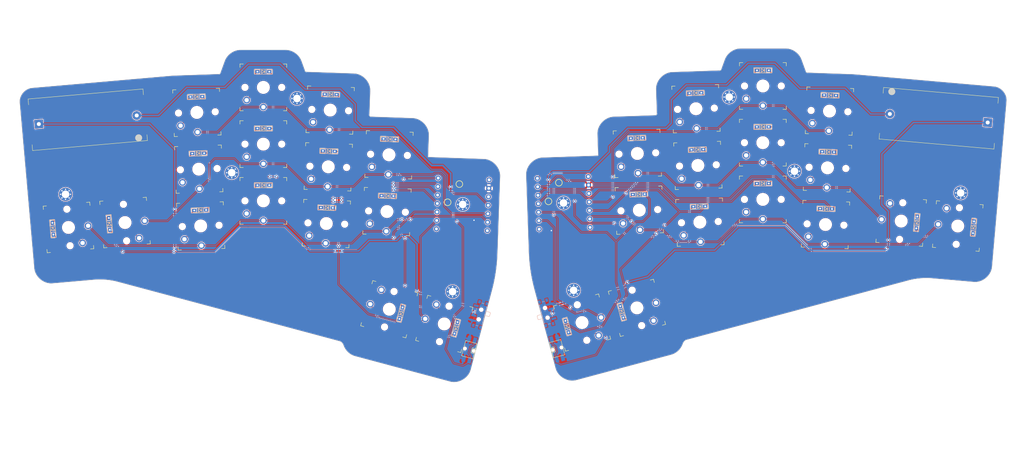
<source format=kicad_pcb>
(kicad_pcb (version 20221018) (generator pcbnew)
  (title_block (title "The Clog V2") (date "2022-06-26") (rev "1.1") (company "by S'mores"))
  (layers (0 "F.Cu" signal) (31 "B.Cu" signal) (34 "B.Paste" user) (35 "F.Paste" user) (36 "B.SilkS" user "B.Silkscreen") (37 "F.SilkS" user "F.Silkscreen") (38 "B.Mask" user) (39 "F.Mask" user) (44 "Edge.Cuts" user))
  (net 0 "")
  (net 1 "Col5R")
  (net 2 "GND L")
  (net 3 "Net-(D1-A)")
  (net 4 "Col2L")
  (net 5 "Net-(D2-A)")
  (net 6 "Col3L")
  (net 7 "Net-(D3-A)")
  (net 8 "Col4L")
  (net 9 "Net-(D4-A)")
  (net 10 "Net-(D5-A)")
  (net 11 "Col1L")
  (net 12 "Net-(D6-A)")
  (net 13 "Net-(D7-A)")
  (net 14 "Net-(D8-A)")
  (net 15 "Net-(D9-A)")
  (net 16 "Col5L")
  (net 17 "Net-(D10-A)")
  (net 18 "Net-(D11-A)")
  (net 19 "Net-(D12-A)")
  (net 20 "Net-(D13-A)")
  (net 21 "Net-(D14-A)")
  (net 22 "Net-(D15-A)")
  (net 23 "Net-(D16-A)")
  (net 24 "Net-(D17-A)")
  (net 25 "Col1R")
  (net 26 "Net-(D18-A)")
  (net 27 "Net-(D19-A)")
  (net 28 "Net-(D20-A)")
  (net 29 "Net-(D21-A)")
  (net 30 "Net-(D22-A)")
  (net 31 "Net-(D23-A)")
  (net 32 "Net-(D24-A)")
  (net 33 "Net-(D25-A)")
  (net 34 "Net-(D26-A)")
  (net 35 "Net-(D27-A)")
  (net 36 "Net-(D28-A)")
  (net 37 "Net-(D29-A)")
  (net 38 "Net-(D30-A)")
  (net 39 "Row2R")
  (net 40 "Row3R")
  (net 41 "Row2L")
  (net 42 "Row3L")
  (net 43 "Row4L")
  (net 44 "ResetL")
  (net 45 "ResetR")
  (net 46 "Bat+ L")
  (net 47 "Bat- L")
  (net 48 "Bat+ R")
  (net 49 "Bat- R")
  (net 50 "Row4R")
  (net 61 "Row1L")
  (net 62 "Row1R")
  (net 63 "Col4R")
  (net 64 "Col3R")
  (net 65 "Col2R")
  (footprint "footprints:smd-diode" (layer "F.Cu") (at 133.4259 99.932896 180)
    (fp_text reference "D2" hide)
    (fp_text value "1N4148W" hide)
  )
  (footprint "footprints:choc-switch-one-sided" (layer "F.Cu") (at 133.4259 121.632897)
    (fp_text reference "SW6" hide)
    (fp_text value "Switch" hide)
  )
  (footprint "footprints:choc-switch-one-sided" (layer "F.Cu") (at 245.238227 170.691725 105)
    (fp_text reference "SW30" hide)
    (fp_text value "Switch" hide)
  )
  (footprint "footprints:smd-diode" (layer "F.Cu") (at 263.904724 140.311724 -178)
    (fp_text reference "D25" hide)
    (fp_text value "1N4148W" hide)
  )
  (footprint "footprints:choc-switch-one-sided" (layer "F.Cu") (at 152.855471 128.432897 -2)
    (fp_text reference "SW7" hide)
    (fp_text value "Switch" hide)
  )
  (footprint "footprints:choc-switch-one-sided" (layer "F.Cu") (at 324.325366 144.690796 -95)
    (fp_text reference "SW23" hide)
    (fp_text value "Switch" hide)
  )
  (footprint "footprints:smd-diode" (layer "F.Cu") (at 301.844722 141.001725 178)
    (fp_text reference "D27" hide)
    (fp_text value "1N4148W" hide)
  )
  (footprint "footprints:m2-hole" (layer "F.Cu") (at 123.963179 130.186587)
    (fp_text reference "Ref**" hide)
    (fp_text value "Val**" hide)
  )
  (footprint "footprints:smd-diode" (layer "F.Cu") (at 303.034722 106.991725 178)
    (fp_text reference "D18" hide)
    (fp_text value "1N4148W" hide)
  )
  (footprint "footprints:xiao-ble-simple" (layer "F.Cu") (at 193.107189 139.683472 -2)
    (fp_text reference "U1" hide)
    (fp_text value "xiao-ble" hide)
  )
  (footprint "footprints:choc-switch-one-sided" (layer "F.Cu") (at 75.098351 146.597118 95)
    (fp_text reference "SW9" hide)
    (fp_text value "Switch" hide)
  )
  (footprint "footprints:smd-diode" (layer "F.Cu") (at 282.904723 116.471723 180)
    (fp_text reference "D21" hide)
    (fp_text value "1N4148W" hide)
  )
  (footprint "footprints:choc-switch-one-sided" (layer "F.Cu") (at 245.358816 124.435319 2)
    (fp_text reference "SW19" hide)
    (fp_text value "Switch" hide)
  )
  (footprint "footprints:smd-diode" (layer "F.Cu") (at 328.984722 145.101725 85)
    (fp_text reference "D23" hide)
    (fp_text value "1N4148W" hide)
  )
  (footprint "footprints:choc-switch-one-sided" (layer "F.Cu") (at 301.671374 145.723672 -2)
    (fp_text reference "SW27" hide)
    (fp_text value "Switch" hide)
  )
  (footprint "footprints:m2-hole" (layer "F.Cu") (at 143.50318 107.956587)
    (fp_text reference "Ref**" hide)
    (fp_text value "Val**" hide)
  )
  (footprint "footprints:choc-switch-one-sided" (layer "F.Cu") (at 114.090233 129.132897 2)
    (fp_text reference "SW5" hide)
    (fp_text value "Switch" hide)
  )
  (footprint "footprints:m2-hole" (layer "F.Cu") (at 190.053179 165.836587)
    (fp_text reference "Ref**" hide)
    (fp_text value "Val**" hide)
  )
  (footprint "footprints:pogo-pin-ultra-low" (layer "F.Cu") (at 221.872869 133.186434)
    (fp_text reference "THT4" hide)
    (fp_text value "MountingHole_Pad" hide)
  )
  (footprint "footprints:choc-switch-one-sided" (layer "F.Cu") (at 153.425899 111.432898 -2)
    (fp_text reference "SW3" hide)
    (fp_text value "Switch" hide)
  )
  (footprint "footprints:choc-switch-one-sided" (layer "F.Cu") (at 282.914723 138.191724)
    (fp_text reference "SW26" hide)
    (fp_text value "Switch" hide)
  )
  (footprint "footprints:m2-hole" (layer "F.Cu") (at 272.849209 107.528582)
    (fp_text reference "Ref**" hide)
    (fp_text value "Val**" hide)
  )
  (footprint "footprints:choc-switch-one-sided" (layer "F.Cu") (at 152.272551 145.424843 -2)
    (fp_text reference "SW12" hide)
    (fp_text value "Switch" hide)
  )
  (footprint "footprints:smd-diode" (layer "F.Cu") (at 282.934723 99.511724 180)
    (fp_text reference "D17" hide)
    (fp_text value "1N4148W" hide)
  )
  (footprint "footprints:smd-diode" (layer "F.Cu") (at 174.625898 172.282897 75)
    (fp_text reference "D14" hide)
    (fp_text value "1N4148W" hide)
  )
  (footprint "footprints:smd-diode" (layer "F.Cu") (at 113.375899 107.432897 -178)
    (fp_text reference "D1" hide)
    (fp_text value "1N4148W" hide)
  )
  (footprint "footprints:smd-diode" (layer "F.Cu") (at 345.964722 146.551725 85)
    (fp_text reference "D28" hide)
    (fp_text value "1N4148W" hide)
  )
  (footprint "footprints:pogo-pin-ultra-low" (layer "F.Cu") (at 192.087189 133.603472)
    (fp_text reference "THT2" hide)
    (fp_text value "MountingHole_Pad" hide)
  )
  (footprint "footprints:choc-switch-one-sided" (layer "F.Cu") (at 113.525897 112.132897 2)
    (fp_text reference "SW1" hide)
    (fp_text value "Switch" hide)
  )
  (footprint "footprints:choc-switch-one-sided" (layer "F.Cu") (at 245.948073 141.42367 2)
    (fp_text reference "SW24" hide)
    (fp_text value "Switch" hide)
  )
  (footprint "footprints:choc-switch-one-sided" (layer "F.Cu") (at 171.025899 124.832898 -2)
    (fp_text reference "SW8" hide)
    (fp_text value "Switch" hide)
  )
  (footprint "footprints:choc-switch-one-sided" (layer "F.Cu") (at 114.67255 146.140949 2)
    (fp_text reference "SW10" hide)
    (fp_text value "Switch" hide)
  )
  (footprint "footprints:choc-switch-one-sided" (layer "F.Cu") (at 92.025899 145.132899 95)
    (fp_text reference "SW4" hide)
    (fp_text value "Switch" hide)
  )
  (footprint "footprints:choc-switch-one-sided" (layer "F.Cu") (at 341.264483 146.17389 -95)
    (fp_text reference "SW28" hide)
    (fp_text value "Switch" hide)
  )
  (footprint "footprints:smd-diode" (layer "F.Cu") (at 87.3259 145.532898 -85)
    (fp_text reference "D4" hide)
    (fp_text value "1N4148W" hide)
  )
  (footprint "footprints:m2-hole" (layer "F.Cu") (at 342.12921 136.258582)
    (fp_text reference "Ref**" hide)
    (fp_text value "Val**" hide)
  )
  (footprint "footprints:m2-hole" (layer "F.Cu") (at 226.28921 165.428582)
    (fp_text reference "Ref**" hide)
    (fp_text value "Val**" hide)
  )
  (footprint "footprints:choc-switch-one-sided" (layer "F.Cu") (at 170.425897 141.832895 -2)
    (fp_text reference "SW13" hide)
    (fp_text value "Switch" hide)
  )
  (footprint "footprints:choc-switch-one-sided" (layer "F.Cu") (at 282.934723 104.211723)
    (fp_text reference "SW17" hide)
    (fp_text value "Switch" hide)
  )
  (footprint "footprints:smd-diode" (layer "F.Cu") (at 133.425897 116.932897 180)
    (fp_text reference "D6" hide)
    (fp_text value "1N4148W" hide)
  )
  (footprint "footprints:reset-switch-angled-4pin" (layer "F.Cu") (at 221.344223 182.917981 105)
    (fp_text reference "SW34" hide)
    (fp_text value "SW_Push" hide)
  )
  (footprint "footprints:m2-hole" (layer "F.Cu") (at 193.093179 139.696587)
    (fp_text reference "Ref**" hide)
    (fp_text value "Val**" hide)
  )
  (footprint "footprints:m2-hole" (layer "F.Cu") (at 292.38921 129.748582)
    (fp_text reference "Ref**" hide)
    (fp_text value "Val**" hide)
  )
  (footprint "footprints:smd-diode" (layer "F.Cu") (at 153.025899 123.732898 178)
    (fp_text reference "D7" hide)
    (fp_text value "1N4148W" hide)
  )
  (footprint "footprints:pogo-pin-ultra-low" (layer "F.Cu") (at 188.587189 139.053472)
    (fp_text reference "THT1" hide)
    (fp_text value "MountingHole_Pad" hide)
  )
  (footprint "footprints:aa2-1017-battery-holder" (layer "F.Cu") (at 335.574224 113.877981 175)
    (fp_text reference "BT2" hide)
    (fp_text value "Battery" hide)
    (fp_circle (center 14.7 6.73) (end 15.7 6.73) (stroke (width 0.1)) (fill solid) (layer "Edge.Cuts"))
  )
  (footprint "footprints:smd-diode" (layer "F.Cu") (at 114.525899 141.432897 -178)
    (fp_text reference "D10" hide)
    (fp_text value "1N4148W" hide)
  )
  (footprint "footprints:aa2-1017-battery-holder" (layer "F.Cu") (at 80.875897 114.332897 5)
    (fp_text reference "BT1" hide)
    (fp_text value "Battery" hide)
    (fp_circle (center 14.7 6.73) (end 15.7 6.73) (stroke (width 0.1)) (fill solid) (layer "Edge.Cuts"))
  )
  (footprint "footprints:smd-diode" (layer "F.Cu") (at 70.425898 146.982897 -85)
    (fp_text reference "D9" hide)
    (fp_text value "1N4148W" hide)
  )
  (footprint "footprints:choc-switch-one-sided" (layer "F.Cu") (at 302.264296 128.738537 -2)
    (fp_text reference "SW22" hide)
    (fp_text value "Switch" hide)
  )
  (footprint "footprints:choc-switch-one-sided" (layer "F.Cu") (at 133.425898 104.632896)
    (fp_text reference "SW2" hide)
    (fp_text value "Switch" hide)
  )
  (footprint "footprints:smd-diode" (layer "F.Cu") (at 133.425901 133.932895 180)
    (fp_text reference "D11" hide)
    (fp_text value "1N4148W" hide)
  )
  (footprint "footprints:smd-diode" (layer "F.Cu") (at 245.184724 119.801724 -178)
    (fp_text reference "D19" hide)
    (fp_text value "1N4148W" hide)
  )
  (footprint "footprints:smd-diode" (layer "F.Cu") (at 240.704723 171.891725 -75)
    (fp_text reference "D30" hide)
    (fp_text value "1N4148W" hide)
  )
  (footprint "footprints:xiao-ble-simple" (layer "F.Cu") (at 223.325515 139.227405 2)
    (fp_text reference "U2" hide)
    (fp_text value "xiao-ble" hide)
  )
  (footprint "footprints:m2-hole" (layer "F.Cu") (at 74.223179 136.676587)
    (fp_text reference "Ref**" hide)
    (fp_text value "Val**" hide)
  )
  (footprint "footprints:smd-diode" (layer "F.Cu") (at 113.925899 124.412897 -178)
    (fp_text reference "D5" hide)
    (fp_text value "1N4148W" hide)
  )
  (footprint "footprints:smd-diode" (layer "F.Cu") (at 191.075899 176.682898 75)
    (fp_text reference "D15" hide)
    (fp_text value "1N4148W" hide)
  )
  (footprint "footprints:choc-switch-one-sided" (layer "F.Cu") (at 282.914723 121.201725)
    (fp_text reference "SW21" hide)
    (fp_text value "Switch" hide)
  )
  (footprint "footprints:smd-diode" (layer "F.Cu") (at 282.914723 133.431725 180)
    (fp_text reference "D26" hide)
    (fp_text value "1N4148W" hide)
  )
  (footprint "footprints:smd-diode" (layer "F.Cu") (at 245.774723 136.671725 -178)
    (fp_text reference "D24" hide)
    (fp_text value "1N4148W" hide)
  )
  (footprint "footprints:smd-diode" (layer "F.Cu") (at 302.444724 123.961724 178)
    (fp_text reference "D22" hide)
    (fp_text value "1N4148W" hide)
  )
  (footprint "footprints:m2-hole" (layer "F.Cu") (at 223.269209 139.268582)
    (fp_text reference "Ref**" hide)
    (fp_text value "Val**" hide)
  )
  (footprint "footprints:reset-switch-angled-4pin" (layer "F.Cu") (at 195.067149 183.231495 -105)
    (fp_text reference "SW33" hide)
    (fp_text value "SW_Push" hide)
  )
  (footprint "footprints:choc-switch-one-sided" (layer "F.Cu") (at 263.479059 128.019541 2)
    (fp_text reference "SW20" hide)
    (fp_text value "Switch" hide)
  )
  (footprint "footprints:smd-diode" (layer "F.Cu") (at 170.575897 137.132897 178)
    (fp_text reference "D13" hide)
    (fp_text value "1N4148W" hide)
  )
  (footprint "footprints:choc-switch-one-sided" (layer "F.Cu") (at 264.071373 145.009777 2)
    (fp_text reference "SW25" hide)
    (fp_text value "Switch" hide)
  )
  (footprint "footprints:smd-diode" (layer "F.Cu") (at 152.425898 140.682896 178)
    (fp_text reference "D12" hide)
    (fp_text value "1N4148W" hide)
  )
  (footprint "footprints:choc-switch-one-sided" (layer "F.Cu") (at 171.120897 171.100897 -105)
    (fp_text reference "SW14" hide)
    (fp_text value "Switch" hide)
  )
  (footprint "footprints:smd-diode" (layer "F.Cu") (at 263.334722 123.281725 -178)
    (fp_text reference "D20" hide)
    (fp_text value "1N4148W" hide)
  )
  (footprint "footprints:pogo-pin-ultra-low" (layer "F.Cu") (at 218.762868 138.776435)
    (fp_text reference "THT3" hide)
    (fp_text value "MountingHole_Pad" hide)
  )
  (footprint "footprints:smd-diode" (layer "F.Cu") (at 153.575899 106.732896 178)
    (fp_text reference "D3" hide)
    (fp_text value "1N4148W" hide)
  )
  (footprint "footprints:choc-switch-one-sided" (layer "F.Cu") (at 228.808228 175.094317 105)
    (fp_text reference "SW29" hide)
    (fp_text value "Switch" hide)
  )
  (footprint "footprints:choc-switch-one-sided" (layer "F.Cu") (at 262.89906 111.029542 2)
    (fp_text reference "SW16" hide)
    (fp_text value "Switch" hide)
  )
  (footprint "footprints:choc-switch-one-sided" (layer "F.Cu") (at 187.570897 175.500897 -105)
    (fp_text reference "SW15" hide)
    (fp_text value "Switch" hide)
  )
  (footprint "footprints:smd-diode" (layer "F.Cu") (at 262.724723 106.311725 -178)
    (fp_text reference "D16" hide)
    (fp_text value "1N4148W" hide)
  )
  (footprint "footprints:choc-switch-one-sided" (layer "F.Cu") (at 133.425898 138.632896)
    (fp_text reference "SW11" hide)
    (fp_text value "Switch" hide)
  )
  (footprint "footprints:smd-diode" (layer "F.Cu") (at 224.294723 176.301723 -75)
    (fp_text reference "D29" hide)
    (fp_text value "1N4148W" hide)
  )
  (footprint "footprints:choc-switch-one-sided" (layer "F.Cu") (at 302.864296 111.738538 -2)
    (fp_text reference "SW18" hide)
    (fp_text value "Switch" hide)
  )
  (footprint "footprints:smd-diode" (layer "F.Cu") (at 171.175898 120.132895 178)
    (fp_text reference "D8" hide)
    (fp_text value "1N4148W" hide)
  )
  (footprint "footprints:power-switch" (layer "B.Cu") (at 218.417162 172.093274 105)
    (fp_text reference "SW32" hide)
    (fp_text value "SW_SPDT" hide)
  )
  (footprint "footprints:power-switch" (layer "B.Cu") (at 197.945371 172.598598 -105)
    (fp_text reference "SW31" hide)
    (fp_text value "SW_SPDT" hide)
  )
  (gr_line (start 164.960774 103.525648) (end 165.057083 103.748863) (layer "Edge.Cuts"))
  (gr_line (start 257.832977 183.280268) (end 257.619604 183.498357) (stroke (width 0.1)) (layer "Edge.Cuts"))
  (gr_line (start 146.057381 99.889763) (end 146.072555 99.90039) (layer "Edge.Cuts"))
  (gr_line (start 144.805471 96.706285) (end 145.879943 99.659044) (layer "Edge.Cuts"))
  (gr_line (start 212.6449 128.502643) (end 212.537618 128.721071) (stroke (width 0.1)) (layer "Edge.Cuts"))
  (gr_line (start 124.75285 93.793937) (end 124.406775 93.952716) (layer "Edge.Cuts"))
  (gr_line (start 165.535506 113.402687) (end 165.559147 113.408157) (layer "Edge.Cuts"))
  (gr_line (start 251.067261 112.845251) (end 251.08434 112.827734) (stroke (width 0.1)) (layer "Edge.Cuts"))
  (gr_line (start 250.991776 112.907112) (end 251.011647 112.89296) (stroke (width 0.1)) (layer "Edge.Cuts"))
  (gr_line (start 295.905073 100.083337) (end 295.932577 100.108124) (stroke (width 0.1)) (layer "Edge.Cuts"))
  (gr_line (start 271.636896 96.103255) (end 271.567926 96.281034) (stroke (width 0.1)) (layer "Edge.Cuts"))
  (gr_line (start 236.823317 113.712948) (end 237.053078 113.634516) (stroke (width 0.1)) (layer "Edge.Cuts"))
  (gr_line (start 259.017722 181.248426) (end 258.971966 181.353037) (stroke (width 0.1)) (layer "Edge.Cuts"))
  (gr_line (start 214.830454 126.262213) (end 214.620039 126.384481) (stroke (width 0.1)) (layer "Edge.Cuts"))
  (gr_line (start 355.788488 107.75881) (end 355.748417 107.569144) (stroke (width 0.1)) (layer "Edge.Cuts"))
  (gr_line (start 250.741667 112.991606) (end 250.766098 112.990062) (stroke (width 0.1)) (layer "Edge.Cuts"))
  (gr_line (start 351.221927 159.543817) (end 351.131442 159.769315) (stroke (width 0.1)) (layer "Edge.Cuts"))
  (gr_line (start 224.870449 192.381419) (end 225.109469 192.425455) (stroke (width 0.1)) (layer "Edge.Cuts"))
  (gr_line (start 194.073415 191.473205) (end 194.248209 191.30343) (layer "Edge.Cuts"))
  (gr_line (start 250.971299 112.92032) (end 250.991776 112.907112) (stroke (width 0.1)) (layer "Edge.Cuts"))
  (gr_line (start 273.899953 93.616371) (end 273.734643 93.711242) (stroke (width 0.1)) (layer "Edge.Cuts"))
  (gr_line (start 123.448685 94.573437) (end 123.161893 94.824373) (layer "Edge.Cuts"))
  (gr_line (start 163.086426 101.32508) (end 163.285105 101.466038) (layer "Edge.Cuts"))
  (gr_line (start 165.150501 112.948495) (end 165.153025 112.972671) (layer "Edge.Cuts"))
  (gr_line (start 353.149116 104.610838) (end 352.965373 104.547508) (stroke (width 0.1)) (layer "Edge.Cuts"))
  (gr_line (start 165.512203 113.395988) (end 165.535506 113.402687) (layer "Edge.Cuts"))
  (gr_line (start 251.179549 112.686674) (end 251.189219 112.664377) (stroke (width 0.1)) (layer "Edge.Cuts"))
  (gr_line (start 296.057831 100.1863) (end 296.092157 100.200023) (stroke (width 0.1)) (layer "Edge.Cuts"))
  (gr_line (start 223.28174 191.771242) (end 223.715768 191.996716) (stroke (width 0.1)) (layer "Edge.Cuts"))
  (gr_line (start 347.763999 162.729139) (end 347.529247 162.79085) (stroke (width 0.1)) (layer "Edge.Cuts"))
  (gr_line (start 295.784319 99.899473) (end 295.798377 99.93372) (stroke (width 0.1)) (layer "Edge.Cuts"))
  (gr_line (start 189.335651 192.761428) (end 189.57376 192.818096) (layer "Edge.Cuts"))
  (gr_line (start 160.268002 184.927374) (end 159.990961 184.800644) (layer "Edge.Cuts"))
  (gr_line (start 253.088287 101.040848) (end 253.286966 100.899891) (stroke (width 0.1)) (layer "Edge.Cuts"))
  (gr_line (start 270.285301 99.485287) (end 270.300838 99.475201) (stroke (width 0.1)) (layer "Edge.Cuts"))
  (gr_line (start 251.094566 104.01741) (end 251.15691 103.782546) (stroke (width 0.1)) (layer "Edge.Cuts"))
  (gr_line (start 347.529247 162.79085) (end 347.291667 162.840719) (stroke (width 0.1)) (layer "Edge.Cuts"))
  (gr_line (start 87.212203 162.3381) (end 88.088519 162.471246) (layer "Edge.Cuts"))
  (gr_line (start 165.216483 104.207735) (end 165.278827 104.442599) (layer "Edge.Cuts"))
  (gr_line (start 234.095342 116.036899) (end 234.222268 115.8289) (stroke (width 0.1)) (layer "Edge.Cuts"))
  (gr_line (start 62.206751 105.599833) (end 62.053944 105.721258) (layer "Edge.Cuts"))
  (gr_line (start 68.609393 163.154328) (end 68.377887 163.081121) (layer "Edge.Cuts"))
  (gr_line (start 202.712952 127.560419) (end 202.534625 127.393035) (layer "Edge.Cuts"))
  (gr_line (start 221.267789 189.707022) (end 221.3855 189.919001) (stroke (width 0.1)) (layer "Edge.Cuts"))
  (gr_line (start 216.190582 125.757931) (end 215.954167 125.812646) (stroke (width 0.1)) (layer "Edge.Cuts"))
  (gr_line (start 200.881524 126.383682) (end 200.652257 126.304823) (layer "Edge.Cuts"))
  (gr_line (start 354.74347 105.70059) (end 354.608145 105.559383) (stroke (width 0.1)) (layer "Edge.Cuts"))
  (gr_line (start 146.120166 99.928976) (end 146.136667 99.937359) (layer "Edge.Cuts"))
  (gr_line (start 333.139535 161.775262) (end 333.571631 161.80792) (stroke (width 0.1)) (layer "Edge.Cuts"))
  (gr_line (start 61.629922 106.125778) (end 61.500985 106.272901) (layer "Edge.Cuts"))
  (gr_line (start 222.869399 191.50819) (end 223.28174 191.771242) (stroke (width 0.1)) (layer "Edge.Cuts"))
  (gr_line (start 348.447107 162.476431) (end 348.223346 162.57158) (stroke (width 0.1)) (layer "Edge.Cuts"))
  (gr_line (start 251.030879 112.877905) (end 251.049428 112.86199) (stroke (width 0.1)) (layer "Edge.Cuts"))
  (gr_line (start 190.539368 192.911947) (end 190.781655 192.903591) (layer "Edge.Cuts"))
  (gr_line (start 120.17358 100.650552) (end 120.210086 100.644857) (layer "Edge.Cuts"))
  (gr_line (start 165.559147 113.408157) (end 165.583089 113.412359) (layer "Edge.Cuts"))
  (gr_line (start 194.248209 191.30343) (end 194.414691 191.125927) (layer "Edge.Cuts"))
  (gr_line (start 159.722939 184.65654) (end 159.464575 184.495918) (layer "Edge.Cuts"))
  (gr_line (start 252.045397 102.062442) (end 252.199592 101.873221) (stroke (width 0.1)) (layer "Edge.Cuts"))
  (gr_line (start 203.29232 157.281845) (end 203.399538 155.902231) (layer "Edge.Cuts"))
  (gr_line (start 355.839053 108.143269) (end 355.818795 107.950298) (stroke (width 0.1)) (layer "Edge.Cuts"))
  (gr_line (start 214.620039 126.384481) (end 214.415284 126.516583) (stroke (width 0.1)) (layer "Edge.Cuts"))
  (gr_line (start 273.260503 94.030713) (end 273.110455 94.148313) (stroke (width 0.1)) (layer "Edge.Cuts"))
  (gr_line (start 274.068534 93.527568) (end 273.899953 93.616371) (stroke (width 0.1)) (layer "Edge.Cuts"))
  (gr_line (start 215.088721 167.070371) (end 216.238066 171.359251) (stroke (width 0.1)) (layer "Edge.Cuts"))
  (gr_line (start 234.991381 114.884796) (end 235.16949 114.717927) (stroke (width 0.1)) (layer "Edge.Cuts"))
  (gr_line (start 61.155329 106.746334) (end 61.054765 106.913696) (layer "Edge.Cuts"))
  (gr_line (start 223.939711 192.094667) (end 224.167632 192.182392) (stroke (width 0.1)) (layer "Edge.Cuts"))
  (gr_line (start 258.551714 182.294333) (end 258.393516 182.556133) (stroke (width 0.1)) (layer "Edge.Cuts"))
  (gr_line (start 146.17049 99.952321) (end 146.187773 99.958868) (layer "Edge.Cuts"))
  (gr_line (start 272.687373 94.532284) (end 272.556101 94.670152) (stroke (width 0.1)) (layer "Edge.Cuts"))
  (gr_line (start 250.837888 112.977496) (end 250.86119 112.970799) (stroke (width 0.1)) (layer "Edge.Cuts"))
  (gr_line (start 144.805466 96.706224) (end 144.736497 96.528444) (layer "Edge.Cuts"))
  (gr_line (start 250.884117 112.962914) (end 250.906629 112.953884) (stroke (width 0.1)) (layer "Edge.Cuts"))
  (gr_line (start 146.072555 99.90039) (end 146.088091 99.910476) (layer "Edge.Cuts"))
  (gr_line (start 157.678863 182.448946) (end 157.552071 182.170454) (layer "Edge.Cuts"))
  (gr_line (start 165.272769 113.234666) (end 165.289054 113.252923) (layer "Edge.Cuts"))
  (gr_line (start 202.534625 127.393035) (end 202.349123 127.233863) (layer "Edge.Cuts"))
  (gr_line (start 146.240876 99.974613) (end 146.258928 99.978514) (layer "Edge.Cuts"))
  (gr_line (start 159.990961 184.800644) (end 159.722939 184.65654) (layer "Edge.Cuts"))
  (gr_line (start 165.161891 113.020348) (end 165.168159 113.043769) (layer "Edge.Cuts"))
  (gr_line (start 233.775045 116.692116) (end 233.871357 116.468904) (stroke (width 0.1)) (layer "Edge.Cuts"))
  (gr_line (start 68.377887 163.081121) (end 68.150046 162.99677) (layer "Edge.Cuts"))
  (gr_line (start 250.790305 112.987169) (end 250.814245 112.982968) (stroke (width 0.1)) (layer "Edge.Cuts"))
  (gr_line (start 63.595055 104.919031) (end 63.40802 104.972697) (layer "Edge.Cuts"))
  (gr_line (start 125.846631 93.479187) (end 125.474537 93.55594) (layer "Edge.Cuts"))
  (gr_line (start 194.859464 190.549829) (end 194.987892 190.344189) (layer "Edge.Cuts"))
  (gr_line (start 69.807265 163.340989) (end 69.563704 163.328731) (layer "Edge.Cuts"))
  (gr_line (start 157.401427 181.778226) (end 157.35567 181.673615) (layer "Edge.Cuts"))
  (gr_line (start 193.503993 191.933379) (end 193.700826 191.788457) (layer "Edge.Cuts"))
  (gr_line (start 60.584903 108.183999) (end 60.554598 108.375489) (layer "Edge.Cuts"))
  (gr_line (start 349.864069 161.53725) (end 349.680573 161.698248) (stroke (width 0.1)) (layer "Edge.Cuts"))
  (gr_line (start 213.636524 160.969539) (end 213.899061 162.328175) (stroke (width 0.1)) (layer "Edge.Cuts"))
  (gr_line (start 213.838767 126.967846) (end 213.660441 127.135229) (stroke (width 0.1)) (layer "Edge.Cuts"))
  (gr_line (start 353.329282 104.683489) (end 353.149116 104.610838) (stroke (width 0.1)) (layer "Edge.Cuts"))
  (gr_line (start 193.700826 191.788457) (end 193.890796 191.63497) (layer "Edge.Cuts"))
  (gr_line (start 146.136667 99.937359) (end 146.153447 99.945144) (layer "Edge.Cuts"))
  (gr_line (start 195.105603 190.132211) (end 195.212117 189.914171) (layer "Edge.Cuts"))
  (gr_line (start 237.053078 113.634516) (end 237.286719 113.567892) (stroke (width 0.1)) (layer "Edge.Cuts"))
  (gr_line (start 233.4299 118.598693) (end 233.52542 121.334502) (stroke (width 0.1)) (layer "Edge.Cuts"))
  (gr_line (start 250.92869 112.943747) (end 250.950259 112.932546) (stroke (width 0.1)) (layer "Edge.Cuts"))
  (gr_line (start 291.620542 93.368748) (end 291.264035 93.236079) (stroke (width 0.1)) (layer "Edge.Cuts"))
  (gr_line (start 122.423815 95.692052) (end 122.224413 96.015472) (layer "Edge.Cuts"))
  (gr_line (start 143.943323 95.237895) (end 143.817291 95.095344) (layer "Edge.Cuts"))
  (gr_line (start 256.10539 184.502184) (end 255.819966 184.610676) (stroke (width 0.1)) (layer "Edge.Cuts"))
  (gr_line (start 64.909679 159.025117) (end 64.881358 158.780412) (layer "Edge.Cuts"))
  (gr_line (start 191.023334 192.883066) (end 191.263924 192.850645) (layer "Edge.Cuts"))
  (gr_line (start 163.4773 101.61603) (end 163.662639 101.774659) (layer "Edge.Cuts"))
  (gr_line (start 156.978249 181.112225) (end 156.899418 181.033522) (layer "Edge.Cuts"))
  (gr_line (start 143.262937 94.573502) (end 143.112889 94.455903) (layer "Edge.Cuts"))
  (gr_line (start 274.591674 93.299099) (end 274.414611 93.368778) (stroke (width 0.1)) (layer "Edge.Cuts"))
  (gr_line (start 143.686019 94.957473) (end 143.549723 94.824442) (layer "Edge.Cuts"))
  (gr_line (start 178.120778 113.852586) (end 178.366208 113.868017) (layer "Edge.Cuts"))
  (gr_line (start 213.899061 162.328175) (end 214.200018 163.678814) (stroke (width 0.1)) (layer "Edge.Cuts"))
  (gr_line (start 215.088721 167.070371) (end 214.539183 165.019834) (stroke (width 0.1)) (layer "Edge.Cuts"))
  (gr_line (start 213.660441 127.135229) (end 213.489669 127.310415) (stroke (width 0.1)) (layer "Edge.Cuts"))
  (gr_line (start 293.47908 94.670086) (end 293.211499 94.399185) (stroke (width 0.1)) (layer "Edge.Cuts"))
  (gr_line (start 212.35519 129.171174) (end 212.280803 129.402038) (stroke (width 0.1)) (layer "Edge.Cuts"))
  (gr_line (start 145.987619 99.829057) (end 146.000691 99.84216) (layer "Edge.Cuts"))
  (gr_line (start 215.721134 125.879634) (end 215.491869 125.958493) (stroke (width 0.1)) (layer "Edge.Cuts"))
  (gr_line (start 165.204573 113.133705) (end 165.216322 113.155052) (layer "Edge.Cuts"))
  (gr_line (start 216.916457 125.670989) (end 233.656125 125.086271) (stroke (width 0.1)) (layer "Edge.Cuts"))
  (gr_line (start 354.008572 105.060496) (end 353.845519 104.953965) (stroke (width 0.1)) (layer "Edge.Cuts"))
  (gr_line (start 270.096273 99.556526) (end 270.114466 99.553324) (stroke (width 0.1)) (layer "Edge.Cuts"))
  (gr_line (start 251.899918 102.258316) (end 252.045397 102.062442) (stroke (width 0.1)) (layer "Edge.Cuts"))
  (gr_line (start 254.364586 100.344482) (end 254.594348 100.26605) (stroke (width 0.1)) (layer "Edge.Cuts"))
  (gr_line (start 274.952745 93.179939) (end 274.771125 93.236101) (stroke (width 0.1)) (layer "Edge.Cuts"))
  (gr_line (start 329.161189 161.912911) (end 330.046614 161.816435) (stroke (width 0.1)) (layer "Edge.Cuts"))
  (gr_line (start 191.502944 192.806607) (end 191.739912 192.751234) (layer "Edge.Cuts"))
  (gr_line (start 181.203903 115.143115) (end 181.382013 115.309985) (layer "Edge.Cuts"))
  (gr_line (start 273.572817 93.812024) (end 273.414697 93.918566) (stroke (width 0.1)) (layer "Edge.Cuts"))
  (gr_line (start 179.996477 114.328839) (end 180.212373 114.440314) (layer "Edge.Cuts"))
  (gr_line (start 126.223886 93.432231) (end 125.846631 93.479187) (layer "Edge.Cuts"))
  (gr_line (start 158.753789 183.923546) (end 158.540415 183.705455) (layer "Edge.Cuts"))
  (gr_line (start 225.109469 192.425455) (end 225.350059 192.457878) (stroke (width 0.1)) (layer "Edge.Cuts"))
  (gr_line (start 252.710753 101.349469) (end 252.896092 101.190841) (stroke (width 0.1)) (layer "Edge.Cuts"))
  (gr_line (start 60.554598 108.375489) (end 60.53434 108.568458) (layer "Edge.Cuts"))
  (gr_line (start 204.205819 130.298543) (end 204.155256 130.061422) (layer "Edge.Cuts"))
  (gr_line (start 270.300838 99.475201) (end 270.316013 99.464574) (stroke (width 0.1)) (layer "Edge.Cuts"))
  (gr_line (start 258.033513 183.049959) (end 257.832977 183.280268) (stroke (width 0.1)) (layer "Edge.Cuts"))
  (gr_line (start 253.286966 100.899891) (end 253.491757 100.768364) (stroke (width 0.1)) (layer "Edge.Cuts"))
  (gr_line (start 292.30051 93.711192) (end 291.966618 93.527528) (stroke (width 0.1)) (layer "Edge.Cuts"))
  (gr_line (start 156.81638 180.960158) (end 156.72927 180.892535) (layer "Edge.Cuts"))
  (gr_line (start 253.918181 100.535184) (end 254.139072 100.434326) (stroke (width 0.1)) (layer "Edge.Cuts"))
  (gr_line (start 233.440151 118.107398) (end 233.465181 117.864452) (stroke (width 0.1)) (layer "Edge.Cuts"))
  (gr_line (start 159.216505 184.319636) (end 158.979364 184.12856) (layer "Edge.Cuts"))
  (gr_line (start 251.189219 112.664377) (end 251.197794 112.641665) (stroke (width 0.1)) (layer "Edge.Cuts"))
  (gr_line (start 157.052749 181.195856) (end 156.978249 181.112225) (layer "Edge.Cuts"))
  (gr_line (start 258.971966 181.353037) (end 258.931459 181.459715) (stroke (width 0.1)) (layer "Edge.Cuts"))
  (gr_line (start 251.224091 112.498962) (end 251.22393 112.474484) (stroke (width 0.1)) (layer "Edge.Cuts"))
  (gr_line (start 348.880713 162.255127) (end 348.66637 162.370831) (stroke (width 0.1)) (layer "Edge.Cuts"))
  (gr_line (start 156.444812 180.728235) (end 156.342716 180.687685) (layer "Edge.Cuts"))
  (gr_line (start 203.346925 128.303919) (end 203.201089 128.107761) (layer "Edge.Cuts"))
  (gr_line (start 270.345201 99.441764) (end 270.359172 99.429608) (stroke (width 0.1)) (layer "Edge.Cuts"))
  (gr_line (start 89.374128 162.738556) (end 89.792275 162.845415) (layer "Edge.Cuts"))
  (gr_line (start 66.005034 161.432745) (end 65.853731 161.241772) (layer "Edge.Cuts"))
  (gr_line (start 62.053944 105.721258) (end 61.906684 105.849616) (layer "Edge.Cuts"))
  (gr_line (start 221.958702 190.700738) (end 222.125185 190.878241) (stroke (width 0.1)) (layer "Edge.Cuts"))
  (gr_line (start 212.905882 154.094938) (end 212.973855 155.477043) (stroke (width 0.1)) (layer "Edge.Cuts"))
  (gr_line (start 251.15691 103.782546) (end 251.230948 103.551168) (stroke (width 0.1)) (layer "Edge.Cuts"))
  (gr_line (start 355.748417 107.569144) (end 355.698858 107.381642) (stroke (width 0.1)) (layer "Edge.Cuts"))
  (gr_line (start 165.30613 113.270439) (end 165.323964 113.287179) (layer "Edge.Cuts"))
  (gr_line (start 145.929873 99.757051) (end 145.940342 99.772271) (layer "Edge.Cuts"))
  (gr_line (start 157.122784 181.284004) (end 157.052749 181.195856) (layer "Edge.Cuts"))
  (gr_line (start 182.014735 116.051956) (end 182.151124 116.254089) (layer "Edge.Cuts"))
  (gr_line (start 332.703654 161.752372) (end 333.139535 161.775262) (stroke (width 0.1)) (layer "Edge.Cuts"))
  (gr_line (start 355.572408 107.014491) (end 355.49608 106.835522) (stroke (width 0.1)) (layer "Edge.Cuts"))
  (gr_line (start 182.933241 118.532587) (end 182.945087 118.777435) (layer "Edge.Cuts"))
  (gr_line (start 107.397863 101.098344) (end 110.739285 100.981949) (layer "Edge.Cuts"))
  (gr_line (start 190.054893 192.891032) (end 190.296952 192.907853) (layer "Edge.Cuts"))
  (gr_line (start 67.707023 162.796018) (end 67.49268 162.680317) (layer "Edge.Cuts"))
  (gr_line (start 165.1493 112.92415) (end 165.150501 112.948495) (layer "Edge.Cuts"))
  (gr_line (start 201.958109 126.941772) (end 201.753353 126.80967) (layer "Edge.Cuts"))
  (gr_line (start 180.826368 114.834497) (end 181.018563 114.984487) (layer "Edge.Cuts"))
  (gr_line (start 106.832335 101.121432) (end 107.39785 101.097825) (layer "Edge.Cuts"))
  (gr_line (start 224.399051 192.25961) (end 224.633483 192.326045) (stroke (width 0.1)) (layer "Edge.Cuts"))
  (gr_line (start 145.88663 99.675559) (end 145.893999 99.69253) (layer "Edge.Cuts"))
  (gr_line (start 260.083015 180.245116) (end 260.030676 180.262495) (stroke (width 0.1)) (layer "Edge.Cuts"))
  (gr_line (start 67.926285 162.901621) (end 67.707023 162.796018) (layer "Edge.Cuts"))
  (gr_line (start 106.256828 101.15295) (end 106.832335 101.121432) (layer "Edge.Cuts"))
  (gr_line (start 165.607294 113.415251) (end 165.631725 113.416794) (layer "Edge.Cuts"))
  (gr_line (start 271.982761 95.426666) (end 271.886235 95.590328) (stroke (width 0.1)) (layer "Edge.Cuts"))
  (gr_line (start 160.82493 100.499549) (end 161.067975 100.528373) (layer "Edge.Cuts"))
  (gr_line (start 233.978247 116.250365) (end 234.095342 116.036899) (stroke (width 0.1)) (layer "Edge.Cuts"))
  (gr_line (start 250.906629 112.953884) (end 250.92869 112.943747) (stroke (width 0.1)) (layer "Edge.Cuts"))
  (gr_line (start 179.086673 113.993081) (end 179.320315 114.059704) (layer "Edge.Cuts"))
  (gr_line (start 352.778339 104.493841) (end 352.58829 104.450177) (stroke (width 0.1)) (layer "Edge.Cuts"))
  (gr_line (start 65.57882 160.840302) (end 65.456046 160.6305) (layer "Edge.Cuts"))
  (gr_line (start 293.949578 95.266864) (end 293.725691 94.959721) (stroke (width 0.1)) (layer "Edge.Cuts"))
  (gr_line (start 142.473439 94.04156) (end 142.304859 93.952756) (layer "Edge.Cuts"))
  (gr_line (start 203.046562 127.918187) (end 202.883725 127.735604) (layer "Edge.Cuts"))
  (gr_line (start 275.136315 93.130766) (end 274.952745 93.179939) (stroke (width 0.1)) (layer "Edge.Cuts"))
  (gr_line (start 182.945087 118.777435) (end 182.943378 119.023788) (layer "Edge.Cuts"))
  (gr_line (start 354.872409 105.84771) (end 354.74347 105.70059) (stroke (width 0.1)) (layer "Edge.Cuts"))
  (gr_line (start 346.321407 162.914824) (end 346.075944 162.900266) (stroke (width 0.1)) (layer "Edge.Cuts"))
  (gr_line (start 157.821679 182.719521) (end 157.678863 182.448946) (layer "Edge.Cuts"))
  (gr_line (start 122.051249 96.353939) (end 121.90608 96.706224) (layer "Edge.Cuts"))
  (gr_line (start 122.647701 95.38491) (end 122.423815 95.692052) (layer "Edge.Cuts"))
  (gr_line (start 353.505595 104.765122) (end 353.329282 104.683489) (stroke (width 0.1)) (layer "Edge.Cuts"))
  (gr_line (start 65.151466 159.969006) (end 65.072578 159.738968) (layer "Edge.Cuts"))
  (gr_line (start 272.085626 95.266921) (end 271.982761 95.426666) (stroke (width 0.1)) (layer "Edge.Cuts"))
  (gr_line (start 355.318627 106.488508) (end 355.218063 106.321145) (stroke (width 0.1)) (layer "Edge.Cuts"))
  (gr_line (start 200.652257 126.304823) (end 200.419226 126.237834) (layer "Edge.Cuts"))
  (gr_line (start 352.965373 104.547508) (end 352.778339 104.493841) (stroke (width 0.1)) (layer "Edge.Cuts"))
  (gr_line (start 290.526761 93.053998) (end 290.149507 93.007042) (stroke (width 0.1)) (layer "Edge.Cuts"))
  (gr_line (start 165.323964 113.287179) (end 165.342514 113.303093) (layer "Edge.Cuts"))
  (gr_line (start 120.380918 100.576828) (end 120.411628 100.55612) (layer "Edge.Cuts"))
  (gr_line (start 146.000691 99.84216) (end 146.014221 99.854797) (layer "Edge.Cuts"))
  (gr_line (start 195.212117 189.914171) (end 195.306951 189.690348) (layer "Edge.Cuts"))
  (gr_line (start 204.092591 129.827227) (end 204.018203 129.596364) (layer "Edge.Cuts"))
  (gr_line (start 330.046614 161.816435) (end 330.935758 161.757163) (stroke (width 0.1)) (layer "Edge.Cuts"))
  (gr_line (start 165.149462 112.899676) (end 165.1493 112.92415) (layer "Edge.Cuts"))
  (gr_line (start 120.575016 100.35891) (end 120.589074 100.324662) (layer "Edge.Cuts"))
  (gr_line (start 164.853885 103.307109) (end 164.960774 103.525648) (layer "Edge.Cuts"))
  (gr_line (start 256.650453 184.231351) (end 256.382433 184.375456) (stroke (width 0.1)) (layer "Edge.Cuts"))
  (gr_line (start 350.917348 160.205311) (end 350.794573 160.415113) (stroke (width 0.1)) (layer "Edge.Cuts"))
  (gr_line (start 251.144337 112.750672) (end 251.157071 112.729864) (stroke (width 0.1)) (layer "Edge.Cuts"))
  (gr_line (start 270.253226 99.503786) (end 270.269424 99.494821) (stroke (width 0.1)) (layer "Edge.Cuts"))
  (gr_line (start 105.115991 101.237351) (end 105.681365 101.191789) (layer "Edge.Cuts"))
  (gr_line (start 203.399538 155.902231) (end 203.46751 154.520128) (layer "Edge.Cuts"))
  (gr_line (start 63.97788 104.842047) (end 63.785103 104.875366) (layer "Edge.Cuts"))
  (gr_line (start 121.906076 96.706284) (end 120.589086 100.325792) (layer "Edge.Cuts"))
  (gr_line (start 202.883725 127.735604) (end 202.712952 127.560419) (layer "Edge.Cuts"))
  (gr_line (start 270.433051 99.347082) (end 270.443519 99.331863) (stroke (width 0.1)) (layer "Edge.Cuts"))
  (gr_line (start 202.474331 162.753364) (end 202.736868 161.394728) (layer "Edge.Cuts"))
  (gr_line (start 270.269424 99.494821) (end 270.285301 99.485287) (stroke (width 0.1)) (layer "Edge.Cuts"))
  (gr_line (start 120.411628 100.55612) (end 120.440817 100.533313) (layer "Edge.Cuts"))
  (gr_line (start 214.415284 126.516583) (end 214.216566 126.658116) (stroke (width 0.1)) (layer "Edge.Cuts"))
  (gr_line (start 256.908817 184.070729) (end 256.650453 184.231351) (stroke (width 0.1)) (layer "Edge.Cuts"))
  (gr_line (start 252.532642 101.51634) (end 252.710753 101.349469) (stroke (width 0.1)) (layer "Edge.Cuts"))
  (gr_line (start 221.3855 189.919001) (end 221.513929 190.124638) (stroke (width 0.1)) (layer "Edge.Cuts"))
  (gr_line (start 124.072883 94.136381) (end 123.752935 94.343698) (layer "Edge.Cuts"))
  (gr_line (start 195.389624 189.461017) (end 195.459654 189.226458) (layer "Edge.Cuts"))
  (gr_line (start 272.96477 94.27121) (end 272.82367 94.399253) (stroke (width 0.1)) (layer "Edge.Cuts"))
  (gr_line (start 162.671106 101.071852) (end 162.881635 101.193553) (layer "Edge.Cuts"))
  (gr_line (start 216.430009 125.7159) (end 216.190582 125.757931) (stroke (width 0.1)) (layer "Edge.Cuts"))
  (gr_line (start 193.091653 192.196431) (end 193.503993 191.933379) (layer "Edge.Cuts"))
  (gr_line (start 251.116077 112.790518) (end 251.130662 112.770904) (stroke (width 0.1)) (layer "Edge.Cuts"))
  (gr_line (start 213.081072 156.856657) (end 213.227364 158.232678) (stroke (width 0.1)) (layer "Edge.Cuts"))
  (gr_line (start 94.383746 102.175218) (end 105.116042 101.238604) (layer "Edge.Cuts"))
  (gr_line (start 182.847973 121.759691) (end 182.943493 119.023882) (layer "Edge.Cuts"))
  (gr_line (start 141.051777 93.513926) (end 140.864965 93.479193) (layer "Edge.Cuts"))
  (gr_line (start 165.278827 104.442599) (end 165.329104 104.680553) (layer "Edge.Cuts"))
  (gr_line (start 164.327996 102.487631) (end 164.473474 102.683506) (layer "Edge.Cuts"))
  (gr_line (start 251.006451 104.496013) (end 251.044289 104.255363) (stroke (width 0.1)) (layer "Edge.Cuts"))
  (gr_line (start 165.193843 113.111863) (end 165.204573 113.133705) (layer "Edge.Cuts"))
  (gr_line (start 69.321719 163.303588) (end 69.081726 163.265909) (layer "Edge.Cuts"))
  (gr_line (start 165.329104 104.680553) (end 165.366943 104.921202) (layer "Edge.Cuts"))
  (gr_line (start 355.848979 108.337379) (end 355.839053 108.143269) (stroke (width 0.1)) (layer "Edge.Cuts"))
  (gr_line (start 272.194613 95.111242) (end 272.085626 95.266921) (stroke (width 0.1)) (layer "Edge.Cuts"))
  (gr_line (start 158.979364 184.12856) (end 158.753789 183.923546) (layer "Edge.Cuts"))
  (gr_line (start 178.609248 113.89684) (end 178.849528 113.938661) (layer "Edge.Cuts"))
  (gr_line (start 165.289054 113.252923) (end 165.30613 113.270439) (layer "Edge.Cuts"))
  (gr_line (start 60.733298 107.621832) (end 60.674535 107.806831) (layer "Edge.Cuts"))
  (gr_line (start 195.459603 189.225784) (end 199.533924 174.025469) (layer "Edge.Cuts"))
  (gr_line (start 355.218063 106.321145) (end 355.109987 106.158329) (stroke (width 0.1)) (layer "Edge.Cuts"))
  (gr_line (start 61.263407 106.583518) (end 61.155329 106.746334) (layer "Edge.Cuts"))
  (gr_line (start 270.132517 99.549425) (end 270.150405 99.54484) (stroke (width 0.1)) (layer "Edge.Cuts"))
  (gr_line (start 255.819966 184.610676) (end 255.526792 184.700072) (stroke (width 0.1)) (layer "Edge.Cuts"))
  (gr_line (start 351.422125 158.841488) (end 351.367686 159.079555) (stroke (width 0.1)) (layer "Edge.Cuts"))
  (gr_line (start 221.066441 189.265159) (end 221.161275 189.488983) (stroke (width 0.1)) (layer "Edge.Cuts"))
  (gr_line (start 351.300814 159.31378) (end 351.221927 159.543817) (stroke (width 0.1)) (layer "Edge.Cuts"))
  (gr_line (start 215.491869 125.958493) (end 215.266748 126.048812) (stroke (width 0.1)) (layer "Edge.Cuts"))
  (gr_line (start 272.430069 94.812706) (end 272.309501 94.959786) (stroke (width 0.1)) (layer "Edge.Cuts"))
  (gr_line (start 69.563704 163.328731) (end 69.321719 163.303588) (layer "Edge.Cuts"))
  (gr_line (start 199.943384 126.141088) (end 199.70133 126.112144) (layer "Edge.Cuts"))
  (gr_line (start 233.52542 121.334502) (end 233.656125 125.086271) (stroke (width 0.1)) (layer "Edge.Cuts"))
  (gr_line (start 296.02455 100.170134) (end 296.057831 100.1863) (stroke (width 0.1)) (layer "Edge.Cuts"))
  (gr_line (start 270.486763 99.250368) (end 270.493452 99.233091) (stroke (width 0.1)) (layer "Edge.Cuts"))
  (gr_line (start 251.049428 112.86199) (end 251.067261 112.845251) (stroke (width 0.1)) (layer "Edge.Cuts"))
  (gr_line (start 212.092278 130.5982) (end 212.093909 130.842955) (stroke (width 0.1)) (layer "Edge.Cuts"))
  (gr_line (start 61.054765 106.913696) (end 60.962 107.08527) (layer "Edge.Cuts"))
  (gr_line (start 213.026469 127.87873) (end 212.889705 128.081064) (stroke (width 0.1)) (layer "Edge.Cuts"))
  (gr_line (start 233.50302 117.623804) (end 233.553299 117.385849) (stroke (width 0.1)) (layer "Edge.Cuts"))
  (gr_line (start 67.28367 162.554859) (end 67.080411 162.419996) (layer "Edge.Cuts"))
  (gr_line (start 120.246024 100.636373) (end 120.281236 100.625212) (layer "Edge.Cuts"))
  (gr_line (start 276.266392 92.992308) (end 289.768847 92.992307) (stroke (width 0.1)) (layer "Edge.Cuts"))
  (gr_line (start 270.462696 99.300302) (end 270.471365 99.283988) (stroke (width 0.1)) (layer "Edge.Cuts"))
  (gr_line (start 63.356854 141.360002) (end 64.881381 158.780168) (layer "Edge.Cuts"))
  (gr_line (start 212.762388 128.289172) (end 212.6449 128.502643) (stroke (width 0.1)) (layer "Edge.Cuts"))
  (gr_line (start 295.834252 99.99824) (end 295.85575 100.028278) (stroke (width 0.1)) (layer "Edge.Cuts"))
  (gr_line (start 332.264662 161.739184) (end 332.703654 161.752372) (stroke (width 0.1)) (layer "Edge.Cuts"))
  (gr_line (start 273.110455 94.148313) (end 272.96477 94.27121) (stroke (width 0.1)) (layer "Edge.Cuts"))
  (gr_line (start 202.960822 160.029194) (end 203.146029 158.657867) (layer "Edge.Cuts"))
  (gr_line (start 252.362131 101.691057) (end 252.532642 101.51634) (stroke (width 0.1)) (layer "Edge.Cuts"))
  (gr_line (start 355.640093 107.196644) (end 355.572408 107.014491) (stroke (width 0.1)) (layer "Edge.Cuts"))
  (gr_line (start 179.775588 114.22798) (end 179.996477 114.328839) (layer "Edge.Cuts"))
  (gr_line (start 258.821322 181.745265) (end 258.69453 182.023757) (stroke (width 0.1)) (layer "Edge.Cuts"))
  (gr_line (start 255.526845 184.699552) (end 243.454173 187.935393) (stroke (width 0.1)) (layer "Edge.Cuts"))
  (gr_line (start 254.827991 100.199424) (end 255.065137 100.145003) (stroke (width 0.1)) (layer "Edge.Cuts"))
  (gr_line (start 221.161275 189.488983) (end 221.267789 189.707022) (stroke (width 0.1)) (layer "Edge.Cuts"))
  (gr_line (start 165.142444 103.976357) (end 165.216483 104.207735) (layer "Edge.Cuts"))
  (gr_line (start 60.674535 107.806831) (end 60.624978 107.994334) (layer "Edge.Cuts"))
  (gr_line (start 254.594348 100.26605) (end 254.827991 100.199424) (stroke (width 0.1)) (layer "Edge.Cuts"))
  (gr_line (start 182.757748 117.576175) (end 182.820093 117.811038) (layer "Edge.Cuts"))
  (gr_line (start 258.393516 182.556133) (end 258.22057 182.808295) (stroke (width 0.1)) (layer "Edge.Cuts"))
  (gr_line (start 350.661871 160.618986) (end 350.519662 160.816583) (stroke (width 0.1)) (layer "Edge.Cuts"))
  (gr_line (start 291.264035 93.236079) (end 290.898856 93.130752) (stroke (width 0.1)) (layer "Edge.Cuts"))
  (gr_line (start 203.932471 129.36924) (end 203.835776 129.14626) (layer "Edge.Cuts"))
  (gr_line (start 234.358658 115.626767) (end 234.504135 115.430892) (stroke (width 0.1)) (layer "Edge.Cuts"))
  (gr_line (start 226.3185 192.465842) (end 226.559725 192.436017) (stroke (width 0.1)) (layer "Edge.Cuts"))
  (gr_line (start 270.471365 99.283988) (end 270.479393 99.26734) (stroke (width 0.1)) (layer "Edge.Cuts"))
  (gr_line (start 182.820093 117.811038) (end 182.870373 118.048991) (layer "Edge.Cuts"))
  (gr_line (start 165.366943 104.921202) (end 165.391969 105.164148) (layer "Edge.Cuts"))
  (gr_line (start 203.728494 128.927832) (end 203.611004 128.714363) (layer "Edge.Cuts"))
  (gr_line (start 165.391969 105.164148) (end 165.403815 105.408996) (layer "Edge.Cuts"))
  (gr_line (start 88.088519 162.471246) (end 88.521578 162.551403) (layer "Edge.Cuts"))
  (gr_line (start 142.304859 93.952756) (end 142.133234 93.870176) (layer "Edge.Cuts"))
  (gr_line (start 66.509325 161.96244) (end 66.333249 161.793426) (layer "Edge.Cuts"))
  (gr_line (start 165.381617 113.332301) (end 165.402092 113.34551) (layer "Edge.Cuts"))
  (gr_line (start 63.785103 104.875366) (end 63.595055 104.919031) (layer "Edge.Cuts"))
  (gr_line (start 190.781655 192.903591) (end 191.023334 192.883066) (layer "Edge.Cuts"))
  (gr_line (start 355.836715 108.727659) (end 355.848293 108.532291) (stroke (width 0.1)) (layer "Edge.Cuts"))
  (gr_line (start 202.736868 161.394728) (end 202.960822 160.029194) (layer "Edge.Cuts"))
  (gr_line (start 308.975543 100.672636) (end 309.541058 100.696244) (stroke (width 0.1)) (layer "Edge.Cuts"))
  (gr_line (start 256.382433 184.375456) (end 256.10539 184.502184) (stroke (width 0.1)) (layer "Edge.Cuts"))
  (gr_line (start 66.69282 162.123439) (end 66.509325 161.96244) (layer "Edge.Cuts"))
  (gr_line (start 226.076441 192.482663) (end 226.3185 192.465842) (stroke (width 0.1)) (layer "Edge.Cuts"))
  (gr_line (start 191.739912 192.751234) (end 191.974342 192.684798) (layer "Edge.Cuts"))
  (gr_line (start 260.136191 180.229735) (end 260.083015 180.245116) (stroke (width 0.1)) (layer "Edge.Cuts"))
  (gr_line (start 352.58829 104.450177) (end 352.395513 104.416858) (stroke (width 0.1)) (layer "Edge.Cuts"))
  (gr_line (start 125.474537 93.55594) (end 125.109357 93.661268) (layer "Edge.Cuts"))
  (gr_line (start 141.78172 93.724287) (end 141.602268 93.66129) (layer "Edge.Cuts"))
  (gr_line (start 293.725691 94.959721) (end 293.47908 94.670086) (stroke (width 0.1)) (layer "Edge.Cuts"))
  (gr_line (start 70.297447 163.325456) (end 70.051985 163.340013) (layer "Edge.Cuts"))
  (gr_line (start 60.962 107.08527) (end 60.877312 107.260711) (layer "Edge.Cuts"))
  (gr_line (start 181.552524 115.484699) (end 181.715063 115.666864) (layer "Edge.Cuts"))
  (gr_line (start 165.361746 113.318149) (end 165.381617 113.332301) (layer "Edge.Cuts"))
  (gr_line (start 251.044289 104.255363) (end 251.094566 104.01741) (stroke (width 0.1)) (layer "Edge.Cuts"))
  (gr_line (start 212.218137 129.636233) (end 212.167573 129.873353) (stroke (width 0.1)) (layer "Edge.Cuts"))
  (gr_line (start 182.908212 118.289641) (end 182.933241 118.532587) (layer "Edge.Cuts"))
  (gr_line (start 272.82367 94.399253) (end 272.687373 94.532284) (stroke (width 0.1)) (layer "Edge.Cuts"))
  (gr_line (start 201.542939 126.687401) (end 201.327242 126.575376) (layer "Edge.Cuts"))
  (gr_line (start 259.185168 180.951076) (end 259.124453 181.047036) (stroke (width 0.1)) (layer "Edge.Cuts"))
  (gr_line (start 142.133234 93.870176) (end 141.958781 93.793967) (layer "Edge.Cuts"))
  (gr_line (start 351.131442 159.769315) (end 351.029775 159.989929) (stroke (width 0.1)) (layer "Edge.Cuts"))
  (gr_line (start 346.566127 162.9158) (end 346.321407 162.914824) (stroke (width 0.1)) (layer "Edge.Cuts"))
  (gr_line (start 214.200018 163.678814) (end 214.539229 165.020354) (stroke (width 0.1)) (layer "Edge.Cuts"))
  (gr_line (start 142.800576 94.237213) (end 142.638749 94.136431) (layer "Edge.Cuts"))
  (gr_line (start 189.813668 192.861206) (end 190.054893 192.891032) (layer "Edge.Cuts"))
  (gr_line (start 349.490069 161.850882) (end 349.292982 161.994806) (stroke (width 0.1)) (layer "Edge.Cuts"))
  (gr_line (start 296.199814 100.225363) (end 296.236727 100.228147) (stroke (width 0.1)) (layer "Edge.Cuts"))
  (gr_line (start 270.453408 99.316266) (end 270.462696 99.300302) (stroke (width 0.1)) (layer "Edge.Cuts"))
  (gr_line (start 250.971288 105.230161) (end 250.969578 104.983806) (stroke (width 0.1)) (layer "Edge.Cuts"))
  (gr_line (start 161.067975 100.528373) (end 161.308256 100.570191) (layer "Edge.Cuts"))
  (gr_line (start 120.348842 100.595323) (end 120.380918 100.576828) (layer "Edge.Cuts"))
  (gr_line (start 213.489669 127.310415) (end 213.32683 127.492997) (stroke (width 0.1)) (layer "Edge.Cuts"))
  (gr_line (start 260.136202 180.230742) (end 326.581225 162.418975) (stroke (width 0.1)) (layer "Edge.Cuts"))
  (gr_line (start 251.636602 102.668451) (end 251.763531 102.460453) (stroke (width 0.1)) (layer "Edge.Cuts"))
  (gr_line (start 110.739285 100.981949) (end 120.136674 100.653887) (layer "Edge.Cuts"))
  (gr_line (start 216.83947 173.60028) (end 220.913791 188.800596) (stroke (width 0.1)) (layer "Edge.Cuts"))
  (gr_line (start 157.441934 181.884904) (end 157.401427 181.778226) (layer "Edge.Cuts"))
  (gr_line (start 161.779043 100.691238) (end 162.008808 100.769671) (layer "Edge.Cuts"))
  (gr_line (start 295.992475 100.151639) (end 296.02455 100.170134) (stroke (width 0.1)) (layer "Edge.Cuts"))
  (gr_line (start 259.473976 180.608334) (end 259.395145 180.687037) (stroke (width 0.1)) (layer "Edge.Cuts"))
  (gr_line (start 237.523865 113.513473) (end 237.764145 113.471652) (stroke (width 0.1)) (layer "Edge.Cuts"))
  (gr_line (start 143.549723 94.824442) (end 143.408622 94.696401) (layer "Edge.Cuts"))
  (gr_line (start 259.320643 180.770667) (end 259.250609 180.858816) (stroke (width 0.1)) (layer "Edge.Cuts"))
  (gr_line (start 270.359172 99.429608) (end 270.372702 99.416971) (stroke (width 0.1)) (layer "Edge.Cuts"))
  (gr_line (start 233.553299 117.385849) (end 233.615644 117.150986) (stroke (width 0.1)) (layer "Edge.Cuts"))
  (gr_line (start 66.165012 161.616743) (end 66.005034 161.432745) (layer "Edge.Cuts"))
  (gr_line (start 258.22057 182.808295) (end 258.033513 183.049959) (stroke (width 0.1)) (layer "Edge.Cuts"))
  (gr_line (start 212.973855 155.477043) (end 213.081072 156.856657) (stroke (width 0.1)) (layer "Edge.Cuts"))
  (gr_line (start 235.950491 114.136826) (end 236.161019 114.015126) (stroke (width 0.1)) (layer "Edge.Cuts"))
  (gr_line (start 181.715063 115.666864) (end 181.869257 115.85608) (layer "Edge.Cuts"))
  (gr_line (start 182.870373 118.048991) (end 182.908212 118.289641) (layer "Edge.Cuts"))
  (gr_line (start 146.088091 99.910476) (end 146.103968 99.920011) (layer "Edge.Cuts"))
  (gr_line (start 212.537618 128.721071) (end 212.440921 128.944051) (stroke (width 0.1)) (layer "Edge.Cuts"))
  (gr_line (start 250.969578 104.983806) (end 250.981423 104.738959) (stroke (width 0.1)) (layer "Edge.Cuts"))
  (gr_line (start 290.149507 93.007042) (end 289.768849 92.991117) (stroke (width 0.1)) (layer "Edge.Cuts"))
  (gr_line (start 146.295435 99.984204) (end 146.313854 99.985965) (layer "Edge.Cuts"))
  (gr_line (start 146.028193 99.866954) (end 146.042586 99.878613) (layer "Edge.Cuts"))
  (gr_line (start 252.896092 101.190841) (end 253.088287 101.040848) (stroke (width 0.1)) (layer "Edge.Cuts"))
  (gr_line (start 296.236718 100.228697) (end 305.634108 100.556761) (stroke (width 0.1)) (layer "Edge.Cuts"))
  (gr_line (start 236.161019 114.015126) (end 236.376916 113.903649) (stroke (width 0.1)) (layer "Edge.Cuts"))
  (gr_line (start 179.550076 114.138137) (end 179.775588 114.22798) (layer "Edge.Cuts"))
  (gr_line (start 275.885705 93.007044) (end 275.696529 93.02672) (stroke (width 0.1)) (layer "Edge.Cuts"))
  (gr_line (start 180.62769 114.69354) (end 180.826368 114.834497) (layer "Edge.Cuts"))
  (gr_line (start 65.072578 159.738968) (end 65.005706 159.504745) (layer "Edge.Cuts"))
  (gr_line (start 120.539141 100.423429) (end 120.558318 100.39187) (layer "Edge.Cuts"))
  (gr_line (start 157.304799 181.571477) (end 157.248939 181.472224) (layer "Edge.Cuts"))
  (gr_line (start 165.423135 113.357735) (end 165.444703 113.368935) (layer "Edge.Cuts"))
  (gr_line (start 120.281236 100.625212) (end 120.315561 100.611488) (layer "Edge.Cuts"))
  (gr_line (start 271.79627 95.757747) (end 271.713083 95.928775) (stroke (width 0.1)) (layer "Edge.Cuts"))
  (gr_line (start 192.657625 192.421905) (end 193.091653 192.196431) (layer "Edge.Cuts"))
  (gr_line (start 126.604545 93.416306) (end 126.223886 93.432231) (layer "Edge.Cuts"))
  (gr_line (start 122.224413 96.015472) (end 122.051249 96.353939) (layer "Edge.Cuts"))
  (gr_line (start 346.80969 162.903542) (end 346.566127 162.9158) (stroke (width 0.1)) (layer "Edge.Cuts"))
  (gr_line (start 145.919984 99.741454) (end 145.929873 99.757051) (layer "Edge.Cuts"))
  (gr_line (start 221.801011 190.515784) (end 221.958702 190.700738) (stroke (width 0.1)) (layer "Edge.Cuts"))
  (gr_line (start 295.784307 99.900603) (end 294.467316 96.281095) (stroke (width 0.1)) (layer "Edge.Cuts"))
  (gr_line (start 201.106645 126.474001) (end 200.881524 126.383682) (layer "Edge.Cuts"))
  (gr_line (start 178.849528 113.938661) (end 179.086673 113.993081) (layer "Edge.Cuts"))
  (gr_line (start 146.042586 99.878613) (end 146.057381 99.889763) (layer "Edge.Cuts"))
  (gr_line (start 165.153025 112.972671) (end 165.156836 112.996635) (layer "Edge.Cuts"))
  (gr_line (start 193.890796 191.63497) (end 194.073415 191.473205) (layer "Edge.Cuts"))
  (gr_line (start 212.104265 130.354743) (end 212.092278 130.5982) (stroke (width 0.1)) (layer "Edge.Cuts"))
  (gr_line (start 270.202904 99.52713) (end 270.219945 99.519955) (stroke (width 0.1)) (layer "Edge.Cuts"))
  (gr_line (start 251.08434 112.827734) (end 251.100624 112.809477) (stroke (width 0.1)) (layer "Edge.Cuts"))
  (gr_line (start 251.197794 112.641665) (end 251.205234 112.618578) (stroke (width 0.1)) (layer "Edge.Cuts"))
  (gr_line (start 270.041039 99.561917) (end 255.793808 100.059354) (stroke (width 0.1)) (layer "Edge.Cuts"))
  (gr_line (start 203.201089 128.107761) (end 203.046562 127.918187) (layer "Edge.Cuts"))
  (gr_line (start 212.167573 129.873353) (end 212.12949 130.112992) (stroke (width 0.1)) (layer "Edge.Cuts"))
  (gr_line (start 200.135327 171.784438) (end 201.284672 167.495562) (layer "Edge.Cuts"))
  (gr_line (start 83.669738 162.177561) (end 84.108729 162.164374) (layer "Edge.Cuts"))
  (gr_line (start 237.764145 113.471652) (end 238.007185 113.442829) (stroke (width 0.1)) (layer "Edge.Cuts"))
  (gr_line (start 63.40802 104.972697) (end 63.224277 105.036025) (layer "Edge.Cuts"))
  (gr_line (start 70.297405 163.325731) (end 82.801874 162.232988) (layer "Edge.Cuts"))
  (gr_line (start 215.266748 126.048812) (end 215.04615 126.150188) (stroke (width 0.1)) (layer "Edge.Cuts"))
  (gr_line (start 141.237077 93.555954) (end 141.051777 93.513926) (layer "Edge.Cuts"))
  (gr_line (start 351.492011 158.354978) (end 353.01654 140.934813) (stroke (width 0.1)) (layer "Edge.Cuts"))
  (gr_line (start 191.263924 192.850645) (end 191.502944 192.806607) (layer "Edge.Cuts"))
  (gr_line (start 156.342716 180.687685) (end 156.290379 180.670305) (layer "Edge.Cuts"))
  (gr_line (start 199.70133 126.112144) (end 199.457028 126.096697) (layer "Edge.Cuts"))
  (gr_line (start 259.557012 180.534969) (end 259.473976 180.608334) (stroke (width 0.1)) (layer "Edge.Cuts"))
  (gr_line (start 120.440817 100.533313) (end 120.46832 100.508526) (layer "Edge.Cuts"))
  (gr_line (start 82.801761 162.233109) (end 83.233857 162.20045) (layer "Edge.Cuts"))
  (gr_line (start 311.257351 100.813413) (end 321.989647 101.750028) (stroke (width 0.1)) (layer "Edge.Cuts"))
  (gr_line (start 145.975028 99.815503) (end 145.987619 99.829057) (layer "Edge.Cuts"))
  (gr_line (start 212.12949 130.112992) (end 212.104265 130.354743) (stroke (width 0.1)) (layer "Edge.Cuts"))
  (gr_line (start 159.464575 184.495918) (end 159.216505 184.319636) (layer "Edge.Cuts"))
  (gr_line (start 270.493448 99.233854) (end 271.567922 96.281095) (stroke (width 0.1)) (layer "Edge.Cuts"))
  (gr_line (start 60.525099 108.95748) (end 60.536679 109.152848) (layer "Edge.Cuts"))
  (gr_line (start 180.422901 114.562015) (end 180.62769 114.69354) (layer "Edge.Cuts"))
  (gr_line (start 254.139072 100.434326) (end 254.364586 100.344482) (stroke (width 0.1)) (layer "Edge.Cuts"))
  (gr_line (start 126.604546 93.417496) (end 140.107 93.417497) (layer "Edge.Cuts"))
  (gr_line (start 275.696529 93.02672) (end 275.508427 93.054004) (stroke (width 0.1)) (layer "Edge.Cuts"))
  (gr_line (start 164.173802 102.298412) (end 164.327996 102.487631) (layer "Edge.Cuts"))
  (gr_line (start 204.281114 131.023387) (end 204.269127 130.779931) (layer "Edge.Cuts"))
  (gr_line (start 309.541058 100.696244) (end 310.116565 100.727762) (stroke (width 0.1)) (layer "Edge.Cuts"))
  (gr_line (start 355.848293 108.532291) (end 355.848979 108.337379) (stroke (width 0.1)) (layer "Edge.Cuts"))
  (gr_line (start 224.633483 192.326045) (end 224.870449 192.381419) (stroke (width 0.1)) (layer "Edge.Cuts"))
  (gr_line (start 354.166642 105.174644) (end 354.008572 105.060496) (stroke (width 0.1)) (layer "Edge.Cuts"))
  (gr_line (start 294.148979 95.590283) (end 293.949578 95.266864) (stroke (width 0.1)) (layer "Edge.Cuts"))
  (gr_line (start 233.465181 117.864452) (end 233.50302 117.623804) (stroke (width 0.1)) (layer "Edge.Cuts"))
  (gr_line (start 233.689685 116.919611) (end 233.775045 116.692116) (stroke (width 0.1)) (layer "Edge.Cuts"))
  (gr_line (start 237.286719 113.567892) (end 237.523865 113.513473) (stroke (width 0.1)) (layer "Edge.Cuts"))
  (gr_line (start 224.167632 192.182392) (end 224.399051 192.25961) (stroke (width 0.1)) (layer "Edge.Cuts"))
  (gr_line (start 220.983769 189.035826) (end 221.066441 189.265159) (stroke (width 0.1)) (layer "Edge.Cuts"))
  (gr_line (start 88.521578 162.551403) (end 88.950339 162.64053) (layer "Edge.Cuts"))
  (gr_line (start 290.898856 93.130752) (end 290.526761 93.053998) (stroke (width 0.1)) (layer "Edge.Cuts"))
  (gr_line (start 125.109357 93.661268) (end 124.75285 93.793937) (layer "Edge.Cuts"))
  (gr_line (start 67.080411 162.419996) (end 66.883323 162.276071) (layer "Edge.Cuts"))
  (gr_line (start 274.414611 93.368778) (end 274.240158 93.444987) (stroke (width 0.1)) (layer "Edge.Cuts"))
  (gr_line (start 165.168159 113.043769) (end 165.175599 113.066853) (layer "Edge.Cuts"))
  (gr_line (start 182.151124 116.254089) (end 182.278052 116.462088) (layer "Edge.Cuts"))
  (gr_line (start 255.065137 100.145003) (end 255.305418 100.103184) (stroke (width 0.1)) (layer "Edge.Cuts"))
  (gr_line (start 235.547025 114.409309) (end 235.745702 114.268351) (stroke (width 0.1)) (layer "Edge.Cuts"))
  (gr_line (start 200.182809 126.183121) (end 199.943384 126.141088) (layer "Edge.Cuts"))
  (gr_line (start 270.443519 99.331863) (end 270.453408 99.316266) (stroke (width 0.1)) (layer "Edge.Cuts"))
  (gr_line (start 64.951268 159.266678) (end 64.909679 159.025117) (layer "Edge.Cuts"))
  (gr_line (start 270.114466 99.553324) (end 270.132517 99.549425) (stroke (width 0.1)) (layer "Edge.Cuts"))
  (gr_line (start 272.556101 94.670152) (end 272.430069 94.812706) (stroke (width 0.1)) (layer "Edge.Cuts"))
  (gr_line (start 63.224277 105.036025) (end 63.04411 105.108678) (layer "Edge.Cuts"))
  (gr_line (start 165.156836 112.996635) (end 165.161891 113.020348) (layer "Edge.Cuts"))
  (gr_line (start 62.8678 105.190311) (end 62.695626 105.280585) (layer "Edge.Cuts"))
  (gr_line (start 270.330806 99.453424) (end 270.345201 99.441764) (stroke (width 0.1)) (layer "Edge.Cuts"))
  (gr_line (start 251.211501 112.595159) (end 251.216557 112.571446) (stroke (width 0.1)) (layer "Edge.Cuts"))
  (gr_line (start 270.168113 99.539587) (end 270.185619 99.533679) (stroke (width 0.1)) (layer "Edge.Cuts"))
  (gr_line (start 180.212373 114.440314) (end 180.422901 114.562015) (layer "Edge.Cuts"))
  (gr_line (start 165.403815 105.408996) (end 165.402103 105.655351) (layer "Edge.Cuts"))
  (gr_line (start 181.382013 115.309985) (end 181.552524 115.484699) (layer "Edge.Cuts"))
  (gr_line (start 251.100624 112.809477) (end 251.116077 112.790518) (stroke (width 0.1)) (layer "Edge.Cuts"))
  (gr_line (start 251.763531 102.460453) (end 251.899918 102.258316) (stroke (width 0.1)) (layer "Edge.Cuts"))
  (gr_line (start 172.91922 188.360582) (end 189.33556 192.760604) (layer "Edge.Cuts"))
  (gr_line (start 238.007185 113.442829) (end 238.252615 113.427396) (stroke (width 0.1)) (layer "Edge.Cuts"))
  (gr_line (start 122.894313 95.095274) (end 122.647701 95.38491) (layer "Edge.Cuts"))
  (gr_line (start 250.981423 104.738959) (end 251.006451 104.496013) (stroke (width 0.1)) (layer "Edge.Cuts"))
  (gr_line (start 351.367686 159.079555) (end 351.300814 159.31378) (stroke (width 0.1)) (layer "Edge.Cuts"))
  (gr_line (start 326.581119 162.420226) (end 326.999265 162.313367) (stroke (width 0.1)) (layer "Edge.Cuts"))
  (gr_line (start 351.029775 159.989929) (end 350.917348 160.205311) (stroke (width 0.1)) (layer "Edge.Cuts"))
  (gr_line (start 156.543356 180.776168) (end 156.444812 180.728235) (layer "Edge.Cuts"))
  (gr_line (start 296.092157 100.200023) (end 296.127367 100.211184) (stroke (width 0.1)) (layer "Edge.Cuts"))
  (gr_line (start 271.713083 95.928775) (end 271.636896 96.103255) (stroke (width 0.1)) (layer "Edge.Cuts"))
  (gr_line (start 60.524415 108.762568) (end 60.525099 108.95748) (layer "Edge.Cuts"))
  (gr_line (start 164.736791 103.09364) (end 164.853885 103.307109) (layer "Edge.Cuts"))
  (gr_line (start 250.766098 112.990062) (end 250.790305 112.987169) (stroke (width 0.1)) (layer "Edge.Cuts"))
  (gr_line (start 275.321615 93.088737) (end 275.136315 93.130766) (stroke (width 0.1)) (layer "Edge.Cuts"))
  (gr_line (start 165.583089 113.412359) (end 165.607294 113.415251) (layer "Edge.Cuts"))
  (gr_line (start 156.638219 180.831071) (end 156.543356 180.776168) (layer "Edge.Cuts"))
  (gr_line (start 66.883323 162.276071) (end 66.69282 162.123439) (layer "Edge.Cuts"))
  (gr_line (start 347.291667 162.840719) (end 347.051674 162.878399) (stroke (width 0.1)) (layer "Edge.Cuts"))
  (gr_line (start 160.579501 100.484118) (end 160.82493 100.499549) (layer "Edge.Cuts"))
  (gr_line (start 145.940342 99.772271) (end 145.951371 99.787095) (layer "Edge.Cuts"))
  (gr_line (start 213.32683 127.492997) (end 213.172303 127.682572) (stroke (width 0.1)) (layer "Edge.Cuts"))
  (gr_line (start 120.210086 100.644857) (end 120.246024 100.636373) (layer "Edge.Cuts"))
  (gr_line (start 203.835776 129.14626) (end 203.728494 128.927832) (layer "Edge.Cuts"))
  (gr_line (start 220.913739 188.801267) (end 220.983769 189.035826) (stroke (width 0.1)) (layer "Edge.Cuts"))
  (gr_line (start 270.372702 99.416971) (end 270.385773 99.403868) (stroke (width 0.1)) (layer "Edge.Cuts"))
  (gr_line (start 163.840751 101.941529) (end 164.011262 102.116246) (layer "Edge.Cuts"))
  (gr_line (start 144.736497 96.528444) (end 144.660309 96.353963) (layer "Edge.Cuts"))
  (gr_line (start 165.342514 113.303093) (end 165.361746 113.318149) (layer "Edge.Cuts"))
  (gr_line (start 295.87941 100.056682) (end 295.905073 100.083337) (stroke (width 0.1)) (layer "Edge.Cuts"))
  (gr_line (start 271.886235 95.590328) (end 271.79627 95.757747) (stroke (width 0.1)) (layer "Edge.Cuts"))
  (gr_line (start 60.800984 107.439679) (end 60.733298 107.621832) (layer "Edge.Cuts"))
  (gr_line (start 201.834209 165.445023) (end 201.284672 167.495562) (layer "Edge.Cuts"))
  (gr_line (start 140.297663 93.420312) (end 140.107004 93.416307) (layer "Edge.Cuts"))
  (gr_line (start 120.558318 100.39187) (end 120.575016 100.35891) (layer "Edge.Cuts"))
  (gr_line (start 270.398366 99.390313) (end 270.410453 99.376321) (stroke (width 0.1)) (layer "Edge.Cuts"))
  (gr_line (start 226.799633 192.392909) (end 227.037741 192.33624) (stroke (width 0.1)) (layer "Edge.Cuts"))
  (gr_line (start 270.316013 99.464574) (end 270.330806 99.453424) (stroke (width 0.1)) (layer "Edge.Cuts"))
  (gr_line (start 251.31631 103.323674) (end 251.412619 103.10046) (stroke (width 0.1)) (layer "Edge.Cuts"))
  (gr_line (start 164.609862 102.885642) (end 164.736791 103.09364) (layer "Edge.Cuts"))
  (gr_line (start 165.402092 113.34551) (end 165.423135 113.357735) (layer "Edge.Cuts"))
  (gr_line (start 214.024269 126.808674) (end 213.838767 126.967846) (stroke (width 0.1)) (layer "Edge.Cuts"))
  (gr_line (start 251.223927 112.47357) (end 250.971248 105.229276) (stroke (width 0.1)) (layer "Edge.Cuts"))
  (gr_line (start 141.420647 93.605127) (end 141.237077 93.555954) (layer "Edge.Cuts"))
  (gr_line (start 69.081726 163.265909) (end 68.844145 163.216039) (layer "Edge.Cuts"))
  (gr_line (start 182.717268 125.511462) (end 182.847973 121.759691) (layer "Edge.Cuts"))
  (gr_line (start 222.299977 191.048013) (end 222.482597 191.209782) (stroke (width 0.1)) (layer "Edge.Cuts"))
  (gr_line (start 182.598348 117.117306) (end 182.683708 117.3448) (layer "Edge.Cuts"))
  (gr_line (start 182.717268 125.511462) (end 199.456935 126.096178) (layer "Edge.Cuts"))
  (gr_line (start 274.240158 93.444987) (end 274.068534 93.527568) (stroke (width 0.1)) (layer "Edge.Cuts"))
  (gr_line (start 84.108729 162.164374) (end 84.550159 162.160821) (layer "Edge.Cuts"))
  (gr_line (start 63.356326 141.360002) (end 60.536663 109.1523) (layer "Edge.Cuts"))
  (gr_line (start 294.467312 96.281035) (end 294.322143 95.92875) (stroke (width 0.1)) (layer "Edge.Cuts"))
  (gr_line (start 120.46832 100.508526) (end 120.493982 100.481872) (layer "Edge.Cuts"))
  (gr_line (start 157.35567 181.673615) (end 157.304799 181.571477) (layer "Edge.Cuts"))
  (gr_line (start 200.419226 126.237834) (end 200.182809 126.183121) (layer "Edge.Cuts"))
  (gr_line (start 85.437636 162.182352) (end 86.326779 162.241623) (layer "Edge.Cuts"))
  (gr_line (start 157.248939 181.472224) (end 157.188224 181.376265) (layer "Edge.Cuts"))
  (gr_line (start 276.07573 92.995124) (end 275.885705 93.007044) (stroke (width 0.1)) (layer "Edge.Cuts"))
  (gr_line (start 270.422022 99.361905) (end 270.433051 99.347082) (stroke (width 0.1)) (layer "Edge.Cuts"))
  (gr_line (start 350.20838 161.191555) (end 350.040145 161.368235) (stroke (width 0.1)) (layer "Edge.Cuts"))
  (gr_line (start 270.059539 99.560776) (end 270.077958 99.559015) (stroke (width 0.1)) (layer "Edge.Cuts"))
  (gr_line (start 236.597804 113.80279) (end 236.823317 113.712948) (stroke (width 0.1)) (layer "Edge.Cuts"))
  (gr_line (start 276.266388 92.991118) (end 276.07573 92.995124) (stroke (width 0.1)) (layer "Edge.Cuts"))
  (gr_line (start 146.27712 99.981714) (end 146.295435 99.984204) (layer "Edge.Cuts"))
  (gr_line (start 354.994672 106.000406) (end 354.872409 105.84771) (stroke (width 0.1)) (layer "Edge.Cuts"))
  (gr_line (start 253.491757 100.768364) (end 253.702287 100.646662) (stroke (width 0.1)) (layer "Edge.Cuts"))
  (gr_line (start 158.339881 183.475148) (end 158.152822 183.233484) (layer "Edge.Cuts"))
  (gr_line (start 260.030676 180.262495) (end 259.928582 180.303047) (stroke (width 0.1)) (layer "Edge.Cuts"))
  (gr_line (start 234.504135 115.430892) (end 234.65833 115.241676) (stroke (width 0.1)) (layer "Edge.Cuts"))
  (gr_line (start 350.519662 160.816583) (end 350.368358 161.007555) (stroke (width 0.1)) (layer "Edge.Cuts"))
  (gr_line (start 61.37872 106.425595) (end 61.263407 106.583518) (layer "Edge.Cuts"))
  (gr_line (start 194.414691 191.125927) (end 194.572381 190.940973) (layer "Edge.Cuts"))
  (gr_line (start 355.49608 106.835522) (end 355.411394 106.660082) (stroke (width 0.1)) (layer "Edge.Cuts"))
  (gr_line (start 270.479393 99.26734) (end 270.486763 99.250368) (stroke (width 0.1)) (layer "Edge.Cuts"))
  (gr_line (start 163.662639 101.774659) (end 163.840751 101.941529) (layer "Edge.Cuts"))
  (gr_line (start 295.85575 100.028278) (end 295.87941 100.056682) (stroke (width 0.1)) (layer "Edge.Cuts"))
  (gr_line (start 295.815074 99.96668) (end 295.834252 99.99824) (stroke (width 0.1)) (layer "Edge.Cuts"))
  (gr_line (start 144.577122 96.182936) (end 144.487157 96.015517) (layer "Edge.Cuts"))
  (gr_line (start 221.513929 190.124638) (end 221.652593 190.323659) (stroke (width 0.1)) (layer "Edge.Cuts"))
  (gr_line (start 355.83673 108.727111) (end 353.017066 140.934812) (stroke (width 0.1)) (layer "Edge.Cuts"))
  (gr_line (start 259.395145 180.687037) (end 259.320643 180.770667) (stroke (width 0.1)) (layer "Edge.Cuts"))
  (gr_line (start 295.798377 99.93372) (end 295.815074 99.96668) (stroke (width 0.1)) (layer "Edge.Cuts"))
  (gr_line (start 350.794573 160.415113) (end 350.661871 160.618986) (stroke (width 0.1)) (layer "Edge.Cuts"))
  (gr_line (start 145.893999 99.69253) (end 145.902027 99.70918) (layer "Edge.Cuts"))
  (gr_line (start 355.818795 107.950298) (end 355.788488 107.75881) (stroke (width 0.1)) (layer "Edge.Cuts"))
  (gr_line (start 225.591737 192.478403) (end 225.834025 192.486756) (stroke (width 0.1)) (layer "Edge.Cuts"))
  (gr_line (start 67.49268 162.680317) (end 67.28367 162.554859) (layer "Edge.Cuts"))
  (gr_line (start 146.205279 99.964776) (end 146.222987 99.97003) (layer "Edge.Cuts"))
  (gr_line (start 354.319448 105.296068) (end 354.166642 105.174644) (stroke (width 0.1)) (layer "Edge.Cuts"))
  (gr_line (start 144.287765 95.692109) (end 144.178779 95.536431) (layer "Edge.Cuts"))
  (gr_line (start 216.672062 125.686955) (end 216.430009 125.7159) (stroke (width 0.1)) (layer "Edge.Cuts"))
  (gr_line (start 146.103968 99.920011) (end 146.120166 99.928976) (layer "Edge.Cuts"))
  (gr_line (start 275.508427 93.054004) (end 275.321615 93.088737) (stroke (width 0.1)) (layer "Edge.Cuts"))
  (gr_line (start 270.410453 99.376321) (end 270.422022 99.361905) (stroke (width 0.1)) (layer "Edge.Cuts"))
  (gr_line (start 204.243902 130.53818) (end 204.205819 130.298543) (layer "Edge.Cuts"))
  (gr_line (start 62.527873 105.379156) (end 62.364821 105.485685) (layer "Edge.Cuts"))
  (gr_line (start 123.161893 94.824373) (end 122.894313 95.095274) (layer "Edge.Cuts"))
  (gr_line (start 257.619604 183.498357) (end 257.394029 183.703372) (stroke (width 0.1)) (layer "Edge.Cuts"))
  (gr_line (start 204.279483 131.268143) (end 204.281114 131.023387) (layer "Edge.Cuts"))
  (gr_line (start 145.879943 99.65828) (end 145.88663 99.675559) (layer "Edge.Cuts"))
  (gr_line (start 146.313854 99.985965) (end 146.332352 99.986986) (layer "Edge.Cuts"))
  (gr_line (start 274.771125 93.236101) (end 274.591674 93.299099) (stroke (width 0.1)) (layer "Edge.Cuts"))
  (gr_line (start 146.258928 99.978514) (end 146.27712 99.981714) (layer "Edge.Cuts"))
  (gr_line (start 234.820869 115.059511) (end 234.991381 114.884796) (stroke (width 0.1)) (layer "Edge.Cuts"))
  (gr_line (start 354.46671 105.424427) (end 354.319448 105.296068) (stroke (width 0.1)) (layer "Edge.Cuts"))
  (gr_line (start 165.242732 113.196095) (end 165.257316 113.21571) (layer "Edge.Cuts"))
  (gr_line (start 251.519508 102.881918) (end 251.636602 102.668451) (stroke (width 0.1)) (layer "Edge.Cuts"))
  (gr_line (start 331.823234 161.735631) (end 332.264662 161.739184) (stroke (width 0.1)) (layer "Edge.Cuts"))
  (gr_line (start 156.899418 181.033522) (end 156.81638 180.960158) (layer "Edge.Cuts"))
  (gr_line (start 65.241951 160.194504) (end 65.151466 159.969006) (layer "Edge.Cuts"))
  (gr_line (start 157.979876 182.981321) (end 157.821679 182.719521) (layer "Edge.Cuts"))
  (gr_line (start 222.125185 190.878241) (end 222.299977 191.048013) (stroke (width 0.1)) (layer "Edge.Cuts"))
  (gr_line (start 355.109987 106.158329) (end 354.994672 106.000406) (stroke (width 0.1)) (layer "Edge.Cuts"))
  (gr_line (start 142.638749 94.136431) (end 142.473439 94.04156) (layer "Edge.Cuts"))
  (gr_line (start 144.660309 96.353963) (end 144.577122 96.182936) (layer "Edge.Cuts"))
  (gr_line (start 94.383746 102.175218) (end 64.173091 104.818406) (layer "Edge.Cuts"))
  (gr_line (start 158.540415 183.705455) (end 158.339881 183.475148) (layer "Edge.Cuts"))
  (gr_line (start 259.644122 180.467347) (end 259.557012 180.534969) (stroke (width 0.1)) (layer "Edge.Cuts"))
  (gr_line (start 144.063893 95.384976) (end 143.943323 95.237895) (layer "Edge.Cuts"))
  (gr_line (start 144.390633 95.851856) (end 144.287765 95.692109) (layer "Edge.Cuts"))
  (gr_line (start 165.257316 113.21571) (end 165.272769 113.234666) (layer "Edge.Cuts"))
  (gr_line (start 294.322143 95.92875) (end 294.148979 95.590283) (stroke (width 0.1)) (layer "Edge.Cuts"))
  (gr_line (start 182.278052 116.462088) (end 182.395147 116.675554) (layer "Edge.Cuts"))
  (gr_line (start 160.553428 185.035866) (end 160.268002 184.927374) (layer "Edge.Cuts"))
  (gr_line (start 355.411394 106.660082) (end 355.318627 106.488508) (stroke (width 0.1)) (layer "Edge.Cuts"))
  (gr_line (start 251.230948 103.551168) (end 251.31631 103.323674) (stroke (width 0.1)) (layer "Edge.Cuts"))
  (gr_line (start 143.817291 95.095344) (end 143.686019 94.957473) (layer "Edge.Cuts"))
  (gr_line (start 349.680573 161.698248) (end 349.490069 161.850882) (stroke (width 0.1)) (layer "Edge.Cuts"))
  (gr_line (start 145.910696 99.72549) (end 145.919984 99.741454) (layer "Edge.Cuts"))
  (gr_line (start 63.04411 105.108678) (end 62.8678 105.190311) (layer "Edge.Cuts"))
  (gr_line (start 199.533924 174.025469) (end 200.135327 171.784438) (layer "Edge.Cuts"))
  (gr_line (start 214.216566 126.658116) (end 214.024269 126.808674) (stroke (width 0.1)) (layer "Edge.Cuts"))
  (gr_line (start 61.906684 105.849616) (end 61.765248 105.984572) (layer "Edge.Cuts"))
  (gr_line (start 145.902027 99.70918) (end 145.910696 99.72549) (layer "Edge.Cuts"))
  (gr_line (start 270.150405 99.54484) (end 270.168113 99.539587) (stroke (width 0.1)) (layer "Edge.Cuts"))
  (gr_line (start 182.683708 117.3448) (end 182.757748 117.576175) (layer "Edge.Cuts"))
  (gr_line (start 216.916365 125.671507) (end 216.672062 125.686955) (stroke (width 0.1)) (layer "Edge.Cuts"))
  (gr_line (start 250.814245 112.982968) (end 250.837888 112.977496) (stroke (width 0.1)) (layer "Edge.Cuts"))
  (gr_line (start 202.349123 127.233863) (end 202.156825 127.083306) (layer "Edge.Cuts"))
  (gr_line (start 233.615644 117.150986) (end 233.689685 116.919611) (stroke (width 0.1)) (layer "Edge.Cuts"))
  (gr_line (start 233.428305 118.352245) (end 233.440151 118.107398) (stroke (width 0.1)) (layer "Edge.Cuts"))
  (gr_line (start 145.951371 99.787095) (end 145.962939 99.80151) (layer "Edge.Cuts"))
  (gr_line (start 165.216322 113.155052) (end 165.229055 113.175862) (layer "Edge.Cuts"))
  (gr_line (start 233.430014 118.5986) (end 233.428305 118.352245) (stroke (width 0.1)) (layer "Edge.Cuts"))
  (gr_line (start 65.343618 160.41512) (end 65.241951 160.194504) (layer "Edge.Cuts"))
  (gr_line (start 221.652593 190.323659) (end 221.801011 190.515784) (stroke (width 0.1)) (layer "Edge.Cuts"))
  (gr_line (start 251.205234 112.618578) (end 251.211501 112.595159) (stroke (width 0.1)) (layer "Edge.Cuts"))
  (gr_line (start 190.296952 192.907853) (end 190.539368 192.911947) (layer "Edge.Cuts"))
  (gr_line (start 212.905913 154.095182) (end 212.093903 130.843595) (stroke (width 0.1)) (layer "Edge.Cuts"))
  (gr_line (start 351.492034 158.355224) (end 351.463713 158.599928) (stroke (width 0.1)) (layer "Edge.Cuts"))
  (gr_line (start 330.935758 161.757163) (end 331.823234 161.735631) (stroke (width 0.1)) (layer "Edge.Cuts"))
  (gr_line (start 251.168819 112.708517) (end 251.179549 112.686674) (stroke (width 0.1)) (layer "Edge.Cuts"))
  (gr_line (start 292.620457 93.918508) (end 292.30051 93.711192) (stroke (width 0.1)) (layer "Edge.Cuts"))
  (gr_line (start 64.881358 158.780412) (end 64.881358 158.780382) (layer "Edge.Cuts"))
  (gr_line (start 179.320315 114.059704) (end 179.550076 114.138137) (layer "Edge.Cuts"))
  (gr_line (start 259.250609 180.858816) (end 259.185168 180.951076) (stroke (width 0.1)) (layer "Edge.Cuts"))
  (gr_line (start 251.157071 112.729864) (end 251.168819 112.708517) (stroke (width 0.1)) (layer "Edge.Cuts"))
  (gr_line (start 64.173107 104.819413) (end 63.97788 104.842047) (layer "Edge.Cuts"))
  (gr_line (start 216.238066 171.359251) (end 216.83947 173.60028) (stroke (width 0.1)) (layer "Edge.Cuts"))
  (gr_line (start 161.545402 100.624612) (end 161.779043 100.691238) (layer "Edge.Cuts"))
  (gr_line (start 296.163308 100.219668) (end 296.199814 100.225363) (stroke (width 0.1)) (layer "Edge.Cuts"))
  (gr_line (start 258.69453 182.023757) (end 258.551714 182.294333) (stroke (width 0.1)) (layer "Edge.Cuts"))
  (gr_line (start 140.676863 93.45191) (end 140.487688 93.432232) (layer "Edge.Cuts"))
  (gr_line (start 157.188224 181.376265) (end 157.122784 181.284004) (layer "Edge.Cuts"))
  (gr_line (start 351.492034 158.355193) (end 351.492034 158.355224) (stroke (width 0.1)) (layer "Edge.Cuts"))
  (gr_line (start 120.493982 100.481872) (end 120.517642 100.453465) (layer "Edge.Cuts"))
  (gr_line (start 172.91922 188.360582) (end 160.846547 185.124742) (layer "Edge.Cuts"))
  (gr_line (start 293.211499 94.399185) (end 292.924706 94.148249) (stroke (width 0.1)) (layer "Edge.Cuts"))
  (gr_line (start 165.057083 103.748863) (end 165.142444 103.976357) (layer "Edge.Cuts"))
  (gr_line (start 123.752935 94.343698) (end 123.448685 94.573437) (layer "Edge.Cuts"))
  (gr_line (start 259.735173 180.405882) (end 259.644122 180.467347) (stroke (width 0.1)) (layer "Edge.Cuts"))
  (gr_line (start 270.236726 99.512168) (end 270.253226 99.503786) (stroke (width 0.1)) (layer "Edge.Cuts"))
  (gr_line (start 88.950339 162.64053) (end 89.374128 162.738556) (layer "Edge.Cuts"))
  (gr_line (start 204.018203 129.596364) (end 203.932471 129.36924) (layer "Edge.Cuts"))
  (gr_line (start 258.931459 181.459715) (end 258.821322 181.745265) (stroke (width 0.1)) (layer "Edge.Cuts"))
  (gr_line (start 165.631802 113.417374) (end 178.120663 113.851273) (layer "Edge.Cuts"))
  (gr_line (start 257.156888 183.894449) (end 256.908817 184.070729) (stroke (width 0.1)) (layer "Edge.Cuts"))
  (gr_line (start 163.285105 101.466038) (end 163.4773 101.61603) (layer "Edge.Cuts"))
  (gr_line (start 156.290379 180.670305) (end 156.237202 180.654924) (layer "Edge.Cuts"))
  (gr_line (start 272.309501 94.959786) (end 272.194613 95.111242) (stroke (width 0.1)) (layer "Edge.Cuts"))
  (gr_line (start 251.130662 112.770904) (end 251.144337 112.750672) (stroke (width 0.1)) (layer "Edge.Cuts"))
  (gr_line (start 305.634108 100.556761) (end 308.975531 100.673156) (stroke (width 0.1)) (layer "Edge.Cuts"))
  (gr_line (start 291.966618 93.527528) (end 291.620542 93.368748) (stroke (width 0.1)) (layer "Edge.Cuts"))
  (gr_line (start 165.184173 113.089566) (end 165.193843 113.111863) (layer "Edge.Cuts"))
  (gr_line (start 204.155256 130.061422) (end 204.092591 129.827227) (layer "Edge.Cuts"))
  (gr_line (start 182.502036 116.894093) (end 182.598348 117.117306) (layer "Edge.Cuts"))
  (gr_line (start 213.41257 159.604005) (end 213.636524 160.969539) (stroke (width 0.1)) (layer "Edge.Cuts"))
  (gr_line (start 165.175599 113.066853) (end 165.184173 113.089566) (layer "Edge.Cuts"))
  (gr_line (start 165.489275 113.388103) (end 165.512203 113.395988) (layer "Edge.Cuts"))
  (gr_line (start 259.928582 180.303047) (end 259.830038 180.350977) (stroke (width 0.1)) (layer "Edge.Cuts"))
  (gr_line (start 327.423054 162.215339) (end 327.851815 162.126215) (stroke (width 0.1)) (layer "Edge.Cuts"))
  (gr_line (start 347.051674 162.878399) (end 346.80969 162.903542) (stroke (width 0.1)) (layer "Edge.Cuts"))
  (gr_line (start 270.077958 99.559015) (end 270.096273 99.556526) (stroke (width 0.1)) (layer "Edge.Cuts"))
  (gr_line (start 326.999265 162.313367) (end 327.423054 162.215339) (stroke (width 0.1)) (layer "Edge.Cuts"))
  (gr_line (start 146.187773 99.958868) (end 146.205279 99.964776) (layer "Edge.Cuts"))
  (gr_line (start 83.233857 162.20045) (end 83.669738 162.177561) (layer "Edge.Cuts"))
  (gr_line (start 238.252731 113.426084) (end 250.741591 112.992186) (stroke (width 0.1)) (layer "Edge.Cuts"))
  (gr_line (start 296.127367 100.211184) (end 296.163308 100.219668) (stroke (width 0.1)) (layer "Edge.Cuts"))
  (gr_line (start 201.327242 126.575376) (end 201.106645 126.474001) (layer "Edge.Cuts"))
  (gr_line (start 251.412619 103.10046) (end 251.519508 102.881918) (stroke (width 0.1)) (layer "Edge.Cuts"))
  (gr_line (start 68.150046 162.99677) (end 67.926285 162.901621) (layer "Edge.Cuts"))
  (gr_line (start 227.037834 192.335416) (end 243.454173 187.935393) (stroke (width 0.1)) (layer "Edge.Cuts"))
  (gr_line (start 143.112889 94.455903) (end 142.958695 94.343755) (layer "Edge.Cuts"))
  (gr_line (start 141.602268 93.66129) (end 141.420647 93.605127) (layer "Edge.Cuts"))
  (gr_line (start 236.376916 113.903649) (end 236.597804 113.80279) (stroke (width 0.1)) (layer "Edge.Cuts"))
  (gr_line (start 201.834163 165.445542) (end 202.173375 164.104002) (layer "Edge.Cuts"))
  (gr_line (start 162.881635 101.193553) (end 163.086426 101.32508) (layer "Edge.Cuts"))
  (gr_line (start 352.395513 104.416858) (end 352.200285 104.394224) (stroke (width 0.1)) (layer "Edge.Cuts"))
  (gr_line (start 253.702287 100.646662) (end 253.918181 100.535184) (stroke (width 0.1)) (layer "Edge.Cuts"))
  (gr_line (start 66.333249 161.793426) (end 66.165012 161.616743) (layer "Edge.Cuts"))
  (gr_line (start 310.116565 100.727762) (end 310.692028 100.7666) (stroke (width 0.1)) (layer "Edge.Cuts"))
  (gr_line (start 257.394029 183.703372) (end 257.156888 183.894449) (stroke (width 0.1)) (layer "Edge.Cuts"))
  (gr_line (start 310.692028 100.7666) (end 311.257402 100.812163) (stroke (width 0.1)) (layer "Edge.Cuts"))
  (gr_line (start 65.456046 160.6305) (end 65.343618 160.41512) (layer "Edge.Cuts"))
  (gr_line (start 195.306951 189.690348) (end 195.389624 189.461017) (layer "Edge.Cuts"))
  (gr_line (start 65.005706 159.504745) (end 64.951268 159.266678) (layer "Edge.Cuts"))
  (gr_line (start 225.350059 192.457878) (end 225.591737 192.478403) (stroke (width 0.1)) (layer "Edge.Cuts"))
  (gr_line (start 270.219945 99.519955) (end 270.236726 99.512168) (stroke (width 0.1)) (layer "Edge.Cuts"))
  (gr_line (start 120.136665 100.653336) (end 120.17358 100.650552) (layer "Edge.Cuts"))
  (gr_line (start 164.011262 102.116246) (end 164.173802 102.298412) (layer "Edge.Cuts"))
  (gr_line (start 295.961764 100.130931) (end 295.992475 100.151639) (stroke (width 0.1)) (layer "Edge.Cuts"))
  (gr_line (start 162.23432 100.859514) (end 162.455211 100.960372) (layer "Edge.Cuts"))
  (gr_line (start 222.672567 191.363267) (end 222.869399 191.50819) (stroke (width 0.1)) (layer "Edge.Cuts"))
  (gr_line (start 60.877312 107.260711) (end 60.800984 107.439679) (layer "Edge.Cuts"))
  (gr_line (start 203.611004 128.714363) (end 203.483689 128.506255) (layer "Edge.Cuts"))
  (gr_line (start 165.466763 113.379073) (end 165.489275 113.388103) (layer "Edge.Cuts"))
  (gr_line (start 351.463713 158.599928) (end 351.422125 158.841488) (stroke (width 0.1)) (layer "Edge.Cuts"))
  (gr_line (start 235.16949 114.717927) (end 235.354829 114.559298) (stroke (width 0.1)) (layer "Edge.Cuts"))
  (gr_line (start 160.846602 185.12526) (end 160.553428 185.035866) (layer "Edge.Cuts"))
  (gr_line (start 225.834025 192.486756) (end 226.076441 192.482663) (stroke (width 0.1)) (layer "Edge.Cuts"))
  (gr_line (start 189.57376 192.818096) (end 189.813668 192.861206) (layer "Edge.Cuts"))
  (gr_line (start 146.153447 99.945144) (end 146.17049 99.952321) (layer "Edge.Cuts"))
  (gr_line (start 213.172303 127.682572) (end 213.026469 127.87873) (stroke (width 0.1)) (layer "Edge.Cuts"))
  (gr_line (start 352.200301 104.393217) (end 321.989647 101.750028) (stroke (width 0.1)) (layer "Edge.Cuts"))
  (gr_line (start 255.548462 100.07436) (end 255.793892 100.058927) (stroke (width 0.1)) (layer "Edge.Cuts"))
  (gr_line (start 140.864965 93.479193) (end 140.676863 93.45191) (layer "Edge.Cuts"))
  (gr_line (start 252.199592 101.873221) (end 252.362131 101.691057) (stroke (width 0.1)) (layer "Edge.Cuts"))
  (gr_line (start 181.869257 115.85608) (end 182.014735 116.051956) (layer "Edge.Cuts"))
  (gr_line (start 182.395147 116.675554) (end 182.502036 116.894093) (layer "Edge.Cuts"))
  (gr_line (start 143.408622 94.696401) (end 143.262937 94.573502) (layer "Edge.Cuts"))
  (gr_line (start 162.008808 100.769671) (end 162.23432 100.859514) (layer "Edge.Cuts"))
  (gr_line (start 295.932577 100.108124) (end 295.961764 100.130931) (stroke (width 0.1)) (layer "Edge.Cuts"))
  (gr_line (start 355.698858 107.381642) (end 355.640093 107.196644) (stroke (width 0.1)) (layer "Edge.Cuts"))
  (gr_line (start 120.517642 100.453465) (end 120.539141 100.423429) (layer "Edge.Cuts"))
  (gr_line (start 353.845519 104.953965) (end 353.677767 104.855396) (stroke (width 0.1)) (layer "Edge.Cuts"))
  (gr_line (start 204.269127 130.779931) (end 204.243902 130.53818) (layer "Edge.Cuts"))
  (gr_line (start 226.559725 192.436017) (end 226.799633 192.392909) (stroke (width 0.1)) (layer "Edge.Cuts"))
  (gr_line (start 251.216557 112.571446) (end 251.220367 112.547482) (stroke (width 0.1)) (layer "Edge.Cuts"))
  (gr_line (start 347.995506 162.655932) (end 347.763999 162.729139) (stroke (width 0.1)) (layer "Edge.Cuts"))
  (gr_line (start 328.284874 162.046057) (end 329.161189 161.912911) (stroke (width 0.1)) (layer "Edge.Cuts"))
  (gr_line (start 181.018563 114.984487) (end 181.203903 115.143115) (layer "Edge.Cuts"))
  (gr_line (start 235.745702 114.268351) (end 235.950491 114.136826) (stroke (width 0.1)) (layer "Edge.Cuts"))
  (gr_line (start 192.205761 192.60758) (end 192.433682 192.519856) (layer "Edge.Cuts"))
  (gr_line (start 145.962939 99.80151) (end 145.975028 99.815503) (layer "Edge.Cuts"))
  (gr_line (start 194.572381 190.940973) (end 194.7208 190.748848) (layer "Edge.Cuts"))
  (gr_line (start 191.974342 192.684798) (end 192.205761 192.60758) (layer "Edge.Cuts"))
  (gr_line (start 144.178779 95.536431) (end 144.063893 95.384976) (layer "Edge.Cuts"))
  (gr_line (start 222.482597 191.209782) (end 222.672567 191.363267) (stroke (width 0.1)) (layer "Edge.Cuts"))
  (gr_line (start 165.402146 105.654465) (end 165.149467 112.898759) (layer "Edge.Cuts"))
  (gr_line (start 120.315561 100.611488) (end 120.348842 100.595323) (layer "Edge.Cuts"))
  (gr_line (start 157.552071 182.170454) (end 157.441934 181.884904) (layer "Edge.Cuts"))
  (gr_line (start 60.53434 108.568458) (end 60.524415 108.762568) (layer "Edge.Cuts"))
  (gr_line (start 273.734643 93.711242) (end 273.572817 93.812024) (stroke (width 0.1)) (layer "Edge.Cuts"))
  (gr_line (start 251.220367 112.547482) (end 251.222891 112.523307) (stroke (width 0.1)) (layer "Edge.Cuts"))
  (gr_line (start 144.487157 96.015517) (end 144.390633 95.851856) (layer "Edge.Cuts"))
  (gr_line (start 213.227364 158.232678) (end 213.41257 159.604005) (stroke (width 0.1)) (layer "Edge.Cuts"))
  (gr_line (start 350.040145 161.368235) (end 349.864069 161.53725) (stroke (width 0.1)) (layer "Edge.Cuts"))
  (gr_line (start 201.753353 126.80967) (end 201.542939 126.687401) (layer "Edge.Cuts"))
  (gr_line (start 178.366208 113.868017) (end 178.609248 113.89684) (layer "Edge.Cuts"))
  (gr_line (start 86.326779 162.241623) (end 87.212203 162.3381) (layer "Edge.Cuts"))
  (gr_line (start 354.608145 105.559383) (end 354.46671 105.424427) (stroke (width 0.1)) (layer "Edge.Cuts"))
  (gr_line (start 348.66637 162.370831) (end 348.447107 162.476431) (stroke (width 0.1)) (layer "Edge.Cuts"))
  (gr_line (start 270.041041 99.561797) (end 270.059539 99.560776) (stroke (width 0.1)) (layer "Edge.Cuts"))
  (gr_line (start 259.068595 181.146288) (end 259.017722 181.248426) (stroke (width 0.1)) (layer "Edge.Cuts"))
  (gr_line (start 259.830038 180.350977) (end 259.735173 180.405882) (stroke (width 0.1)) (layer "Edge.Cuts"))
  (gr_line (start 165.444703 113.368935) (end 165.466763 113.379073) (layer "Edge.Cuts"))
  (gr_line (start 259.124453 181.047036) (end 259.068595 181.146288) (stroke (width 0.1)) (layer "Edge.Cuts"))
  (gr_line (start 65.71152 161.044176) (end 65.57882 160.840302) (layer "Edge.Cuts"))
  (gr_line (start 234.65833 115.241676) (end 234.820869 115.059511) (stroke (width 0.1)) (layer "Edge.Cuts"))
  (gr_line (start 202.173375 164.104002) (end 202.474331 162.753364) (layer "Edge.Cuts"))
  (gr_line (start 250.950259 112.932546) (end 250.971299 112.92032) (stroke (width 0.1)) (layer "Edge.Cuts"))
  (gr_line (start 89.792167 162.844164) (end 156.23719 180.65593) (layer "Edge.Cuts"))
  (gr_line (start 203.146029 158.657867) (end 203.29232 157.281845) (layer "Edge.Cuts"))
  (gr_line (start 349.292982 161.994806) (end 349.089722 162.12967) (stroke (width 0.1)) (layer "Edge.Cuts"))
  (gr_line (start 65.853731 161.241772) (end 65.71152 161.044176) (layer "Edge.Cuts"))
  (gr_line (start 233.871357 116.468904) (end 233.978247 116.250365) (stroke (width 0.1)) (layer "Edge.Cuts"))
  (gr_line (start 255.305418 100.103184) (end 255.548462 100.07436) (stroke (width 0.1)) (layer "Edge.Cuts"))
  (gr_line (start 105.681365 101.191789) (end 106.256828 101.15295) (layer "Edge.Cuts"))
  (gr_line (start 215.954167 125.812646) (end 215.721134 125.879634) (stroke (width 0.1)) (layer "Edge.Cuts"))
  (gr_line (start 161.308256 100.570191) (end 161.545402 100.624612) (layer "Edge.Cuts"))
  (gr_line (start 84.550159 162.160821) (end 85.437636 162.182352) (layer "Edge.Cuts"))
  (gr_line (start 348.223346 162.57158) (end 347.995506 162.655932) (stroke (width 0.1)) (layer "Edge.Cuts"))
  (gr_line (start 270.185619 99.533679) (end 270.202904 99.52713) (stroke (width 0.1)) (layer "Edge.Cuts"))
  (gr_line (start 251.011647 112.89296) (end 251.030879 112.877905) (stroke (width 0.1)) (layer "Edge.Cuts"))
  (gr_line (start 215.04615 126.150188) (end 214.830454 126.262213) (stroke (width 0.1)) (layer "Edge.Cuts"))
  (gr_line (start 60.624978 107.994334) (end 60.584903 108.183999) (layer "Edge.Cuts"))
  (gr_line (start 333.571518 161.807799) (end 346.075987 162.900542) (stroke (width 0.1)) (layer "Edge.Cuts"))
  (gr_line (start 194.987892 190.344189) (end 195.105603 190.132211) (layer "Edge.Cuts"))
  (gr_line (start 223.715768 191.996716) (end 223.939711 192.094667) (stroke (width 0.1)) (layer "Edge.Cuts"))
  (gr_line (start 270.385773 99.403868) (end 270.398366 99.390313) (stroke (width 0.1)) (layer "Edge.Cuts"))
  (gr_line (start 61.500985 106.272901) (end 61.37872 106.425595) (layer "Edge.Cuts"))
  (gr_line (start 124.406775 93.952716) (end 124.072883 94.136381) (layer "Edge.Cuts"))
  (gr_line (start 353.677767 104.855396) (end 353.505595 104.765122) (stroke (width 0.1)) (layer "Edge.Cuts"))
  (gr_line (start 164.473474 102.683506) (end 164.609862 102.885642) (layer "Edge.Cuts"))
  (gr_line (start 192.433682 192.519856) (end 192.657625 192.421905) (layer "Edge.Cuts"))
  (gr_line (start 250.86119 112.970799) (end 250.884117 112.962914) (stroke (width 0.1)) (layer "Edge.Cuts"))
  (gr_line (start 194.7208 190.748848) (end 194.859464 190.549829) (layer "Edge.Cuts"))
  (gr_line (start 146.222987 99.97003) (end 146.240876 99.974613) (layer "Edge.Cuts"))
  (gr_line (start 203.483689 128.506255) (end 203.346925 128.303919) (layer "Edge.Cuts"))
  (gr_line (start 142.958695 94.343755) (end 142.800576 94.237213) (layer "Edge.Cuts"))
  (gr_line (start 62.364821 105.485685) (end 62.206751 105.599833) (layer "Edge.Cuts"))
  (gr_line (start 350.368358 161.007555) (end 350.20838 161.191555) (stroke (width 0.1)) (layer "Edge.Cuts"))
  (gr_line (start 165.229055 113.175862) (end 165.242732 113.196095) (layer "Edge.Cuts"))
  (gr_line (start 292.924706 94.148249) (end 292.620457 93.918508) (stroke (width 0.1)) (layer "Edge.Cuts"))
  (gr_line (start 212.440921 128.944051) (end 212.35519 129.171174) (stroke (width 0.1)) (layer "Edge.Cuts"))
  (gr_line (start 327.851815 162.126215) (end 328.284874 162.046057) (stroke (width 0.1)) (layer "Edge.Cuts"))
  (gr_line (start 61.765248 105.984572) (end 61.629922 106.125778) (layer "Edge.Cuts"))
  (gr_line (start 212.889705 128.081064) (end 212.762388 128.289172) (stroke (width 0.1)) (layer "Edge.Cuts"))
  (gr_line (start 62.695626 105.280585) (end 62.527873 105.379156) (layer "Edge.Cuts"))
  (gr_line (start 70.051985 163.340013) (end 69.807265 163.340989) (layer "Edge.Cuts"))
  (gr_line (start 156.72927 180.892535) (end 156.638219 180.831071) (layer "Edge.Cuts"))
  (gr_line (start 162.455211 100.960372) (end 162.671106 101.071852) (layer "Edge.Cuts"))
  (gr_line (start 235.354829 114.559298) (end 235.547025 114.409309) (stroke (width 0.1)) (layer "Edge.Cuts"))
  (gr_line (start 141.958781 93.793967) (end 141.78172 93.724287) (layer "Edge.Cuts"))
  (gr_line (start 273.414697 93.918566) (end 273.260503 94.030713) (stroke (width 0.1)) (layer "Edge.Cuts"))
  (gr_line (start 160.579585 100.484543) (end 146.332353 99.987108) (layer "Edge.Cuts"))
  (gr_line (start 204.279491 131.268786) (end 203.467479 154.520371) (layer "Edge.Cuts"))
  (gr_line (start 212.280803 129.402038) (end 212.218137 129.636233) (stroke (width 0.1)) (layer "Edge.Cuts"))
  (gr_line (start 251.222891 112.523307) (end 251.224091 112.498962) (stroke (width 0.1)) (layer "Edge.Cuts"))
  (gr_line (start 234.222268 115.8289) (end 234.358658 115.626767) (stroke (width 0.1)) (layer "Edge.Cuts"))
  (gr_line (start 158.152822 183.233484) (end 157.979876 182.981321) (layer "Edge.Cuts"))
  (gr_line (start 202.156825 127.083306) (end 201.958109 126.941772) (layer "Edge.Cuts"))
  (gr_line (start 140.487688 93.432232) (end 140.297663 93.420312) (layer "Edge.Cuts"))
  (gr_line (start 349.089722 162.12967) (end 348.880713 162.255127) (stroke (width 0.1)) (layer "Edge.Cuts"))
  (gr_line (start 68.844145 163.216039) (end 68.609393 163.154328) (layer "Edge.Cuts"))
  (gr_line (start 146.014221 99.854797) (end 146.028193 99.866954) (layer "Edge.Cuts"))
  (segment (start 248.502741 121.283876) (end 246.958642 119.739777) (width 0.25) (layer "F.Cu") (net 1))
  (segment (start 248.502741 135.655679) (end 248.502741 121.283876) (width 0.25) (layer "F.Cu") (net 1))
  (segment (start 247.548644 136.609778) (end 248.502741 135.655679) (width 0.25) (layer "F.Cu") (net 1))
  (segment (start 222.558034 142.031792) (end 215.798803 142.031792) (width 0.25) (layer "B.Cu") (net 1))
  (segment (start 249.002742 142.877979) (end 249.002742 138.063877) (width 0.25) (layer "B.Cu") (net 1))
  (segment (start 228.281287 177.913026) (end 224.075895 175.485041) (width 0.25) (layer "B.Cu") (net 1))
  (segment (start 247.00274 144.877981) (end 249.002742 142.877979) (width 0.25) (layer "B.Cu") (net 1))
  (segment (start 239.002741 150.87798) (end 236.162742 148.03798) (width 0.25) (layer "B.Cu") (net 1))
  (segment (start 239.002741 150.87798) (end 239.00274 162.87798) (width 0.25) (layer "B.Cu") (net 1))
  (segment (start 234.936516 176.129762) (end 228.281287 177.913026) (width 0.25) (layer "B.Cu") (net 1))
  (segment (start 245.002741 144.877981) (end 247.00274 144.877981) (width 0.25) (layer "B.Cu") (net 1))
  (segment (start 228.564224 148.037981) (end 222.558034 142.031792) (width 0.25) (layer "B.Cu") (net 1))
  (segment (start 239.00274 162.87798) (end 240.139044 167.11872) (width 0.25) (layer "B.Cu") (net 1))
  (segment (start 224.075895 175.485041) (end 223.83532 174.587205) (width 0.25) (layer "B.Cu") (net 1))
  (segment (start 239.002741 150.87798) (end 245.002741 144.877981) (width 0.25) (layer "B.Cu") (net 1))
  (segment (start 240.139044 167.11872) (end 234.936516 176.129762) (width 0.25) (layer "B.Cu") (net 1))
  (segment (start 249.002742 138.063877) (end 247.548644 136.609778) (width 0.25) (layer "B.Cu") (net 1))
  (segment (start 236.162742 148.03798) (end 228.564224 148.037981) (width 0.25) (layer "B.Cu") (net 1))
  (segment (start 196.47318 144.436587) (end 196.49318 144.416587) (width 0.5) (layer "F.Cu") (net 2))
  (segment (start 196.49318 144.416587) (end 196.49318 139.27916) (width 0.5) (layer "F.Cu") (net 2))
  (segment (start 228.049209 139.122995) (end 219.624223 147.547981) (width 0.5) (layer "F.Cu") (net 2))
  (segment (start 228.049209 136.598939) (end 228.049209 139.122995) (width 0.5) (layer "F.Cu") (net 2))
  (segment (start 196.49318 139.27916) (end 200.899837 134.872502) (width 0.5) (layer "F.Cu") (net 2))
  (segment (start 230.763584 133.884564) (end 228.049209 136.598939) (width 0.5) (layer "F.Cu") (net 2))
  (via (at 196.47318 144.436587) (size 0.8) (drill 0.4) (layers "F.Cu" "B.Cu") (net 2))
  (via (at 219.624223 147.547981) (size 0.8) (drill 0.4) (layers "F.Cu" "B.Cu") (net 2))
  (segment (start 192.856852 181.241624) (end 192.15804 183.849624) (width 0.5) (layer "B.Cu") (net 2))
  (segment (start 221.635086 180.526162) (end 223.288491 181.480757) (width 0.5) (layer "B.Cu") (net 2))
  (segment (start 221.03756 170.274855) (end 219.602464 169.446302) (width 0.5) (layer "B.Cu") (net 2))
  (segment (start 221.411219 179.690673) (end 221.635086 180.526162) (width 0.5) (layer "B.Cu") (net 2))
  (segment (start 223.744565 183.182846) (end 222.789971 184.836253) (width 0.5) (layer "B.Cu") (net 2))
  (segment (start 219.602464 169.446302) (end 219.216094 169.54983) (width 0.5) (layer "B.Cu") (net 2))
  (segment (start 194.343179 172.900541) (end 193.505429 173.738291) (width 0.5) (layer "B.Cu") (net 2))
  (segment (start 192.15804 183.849624) (end 193.395477 185.992927) (width 0.5) (layer "B.Cu") (net 2))
  (segment (start 193.505429 173.738291) (end 195.673086 177.492779) (width 0.5) (layer "B.Cu") (net 2))
  (segment (start 193.505429 173.738291) (end 195.981753 174.401819) (width 0.5) (layer "B.Cu") (net 2))
  (segment (start 220.993767 178.132728) (end 222.461768 175.590075) (width 0.5) (layer "B.Cu") (net 2))
  (segment (start 222.789971 184.836253) (end 223.015896 185.679413) (width 0.5) (layer "B.Cu") (net 2))
  (segment (start 219.624223 147.547981) (end 219.216094 147.95611) (width 0.5) (layer "B.Cu") (net 2))
  (segment (start 194.34318 146.566587) (end 194.343179 172.900541) (width 0.5) (layer "B.Cu") (net 2))
  (segment (start 223.288491 181.480757) (end 223.744565 183.182846) (width 0.5) (layer "B.Cu") (net 2))
  (segment (start 195.000155 180.004188) (end 192.856852 181.241624) (width 0.5) (layer "B.Cu") (net 2))
  (segment (start 195.673086 177.492779) (end 195.000155 180.004188) (width 0.5) (layer "B.Cu") (net 2))
  (segment (start 221.411219 179.690673) (end 220.993767 178.132728) (width 0.5) (layer "B.Cu") (net 2))
  (segment (start 219.216094 147.95611) (end 219.216093 169.549831) (width 0.5) (layer "B.Cu") (net 2))
  (segment (start 222.461768 175.590075) (end 221.03756 170.274855) (width 0.5) (layer "B.Cu") (net 2))
  (segment (start 196.47318 144.436587) (end 194.34318 146.566587) (width 0.5) (layer "B.Cu") (net 2))
  (segment (start 110.068841 114.595957) (end 108.661561 116.105079) (width 0.25) (layer "F.Cu") (net 3))
  (segment (start 111.601978 107.494844) (end 109.885155 109.335911) (width 0.25) (layer "F.Cu") (net 3))
  (segment (start 109.885155 109.335911) (end 110.068841 114.595957) (width 0.25) (layer "F.Cu") (net 3))
  (segment (start 164.325898 138.895396) (end 167.3259 135.895398) (width 0.25) (layer "F.Cu") (net 4))
  (segment (start 126.963397 131.395396) (end 135.325899 131.395397) (width 0.25) (layer "F.Cu") (net 4))
  (segment (start 116.299817 141.370948) (end 117.464201 140.122299) (width 0.25) (layer "F.Cu") (net 4))
  (segment (start 167.825899 135.395396) (end 168.825898 135.395396) (width 0.25) (layer "F.Cu") (net 4))
  (segment (start 116.359905 108.499376) (end 115.149816 107.37095) (width 0.25) (layer "F.Cu") (net 4))
  (segment (start 117.464201 140.122299) (end 116.899442 123.949714) (width 0.25) (layer "F.Cu") (net 4))
  (segment (start 168.825898 135.395396) (end 172.325898 135.395395) (width 0.25) (layer "F.Cu") (net 4))
  (segment (start 144.825898 138.895398) (end 154.325897 138.895398) (width 0.25) (layer "F.Cu") (net 4))
  (segment (start 156.825899 138.895397) (end 164.325898 138.895396) (width 0.25) (layer "F.Cu") (net 4))
  (segment (start 115.699816 124.350949) (end 116.553068 124.321155) (width 0.25) (layer "F.Cu") (net 4))
  (segment (start 116.553068 124.321155) (end 116.899442 123.949714) (width 0.25) (layer "F.Cu") (net 4))
  (segment (start 118.236494 140.1223) (end 126.963397 131.395396) (width 0.25) (layer "F.Cu") (net 4))
  (segment (start 117.464201 140.122299) (end 118.236494 140.1223) (width 0.25) (layer "F.Cu") (net 4))
  (segment (start 116.899442 123.949714) (end 116.359905 108.499376) (width 0.25) (layer "F.Cu") (net 4))
  (segment (start 137.325897 131.395397) (end 144.825898 138.895398) (width 0.25) (layer "F.Cu") (net 4))
  (segment (start 167.3259 135.895398) (end 167.825899 135.395396) (width 0.25) (layer "F.Cu") (net 4))
  (via (at 135.325899 131.395397) (size 0.8) (drill 0.4) (layers "F.Cu" "B.Cu") (net 4))
  (via (at 137.325897 131.395397) (size 0.8) (drill 0.4) (layers "F.Cu" "B.Cu") (net 4))
  (via (at 172.325898 135.395395) (size 0.8) (drill 0.4) (layers "F.Cu" "B.Cu") (net 4))
  (via (at 156.825899 138.895397) (size 0.8) (drill 0.4) (layers "F.Cu" "B.Cu") (net 4))
  (via (at 154.325897 138.895398) (size 0.8) (drill 0.4) (layers "F.Cu" "B.Cu") (net 4))
  (segment (start 135.325899 131.395397) (end 137.325897 131.395397) (width 0.25) (layer "B.Cu") (net 4))
  (segment (start 154.325897 138.895398) (end 156.825899 138.895397) (width 0.25) (layer "B.Cu") (net 4))
  (segment (start 172.325898 135.395395) (end 181.469688 135.395395) (width 0.25) (layer "B.Cu") (net 4))
  (segment (start 181.469688 135.395395) (end 185.49183 139.417538) (width 0.25) (layer "B.Cu") (net 4))
  (segment (start 130.325899 106.532896) (end 130.325899 101.257895) (width 0.25) (layer "F.Cu") (net 5))
  (segment (start 130.325899 101.257895) (end 131.650899 99.932897) (width 0.25) (layer "F.Cu") (net 5))
  (segment (start 128.425899 108.432896) (end 130.325899 106.532896) (width 0.25) (layer "F.Cu") (net 5))
  (segment (start 137.325899 129.895397) (end 145.325899 137.895397) (width 0.25) (layer "F.Cu") (net 6))
  (segment (start 135.200901 133.932897) (end 136.325897 132.807895) (width 0.25) (layer "F.Cu") (net 6))
  (segment (start 136.325898 116.832896) (end 136.325898 101.057897) (width 0.25) (layer "F.Cu") (net 6))
  (segment (start 136.325897 129.895396) (end 136.325898 116.832896) (width 0.25) (layer "F.Cu") (net 6))
  (segment (start 163.825899 137.895397) (end 167.325897 134.395397) (width 0.25) (layer "F.Cu") (net 6))
  (segment (start 136.325897 129.895396) (end 137.325899 129.895397) (width 0.25) (layer "F.Cu") (net 6))
  (segment (start 136.325898 101.057897) (end 135.200899 99.932897) (width 0.25) (layer "F.Cu") (net 6))
  (segment (start 156.825899 137.895397) (end 163.825899 137.895397) (width 0.25) (layer "F.Cu") (net 6))
  (segment (start 136.225899 116.932897) (end 136.325898 116.832896) (width 0.25) (layer "F.Cu") (net 6))
  (segment (start 135.200899 116.932897) (end 136.225899 116.932897) (width 0.25) (layer "F.Cu") (net 6))
  (segment (start 136.325897 132.807895) (end 136.325897 129.895396) (width 0.25) (layer "F.Cu") (net 6))
  (segment (start 145.325899 137.895397) (end 154.325897 137.895397) (width 0.25) (layer "F.Cu") (net 6))
  (segment (start 167.325897 134.395397) (end 172.325897 134.395397) (width 0.25) (layer "F.Cu") (net 6))
  (via (at 156.825899 137.895397) (size 0.8) (drill 0.4) (layers "F.Cu" "B.Cu") (net 6))
  (via (at 154.325897 137.895397) (size 0.8) (drill 0.4) (layers "F.Cu" "B.Cu") (net 6))
  (via (at 172.325897 134.395397) (size 0.8) (drill 0.4) (layers "F.Cu" "B.Cu") (net 6))
  (segment (start 172.325897 134.395397) (end 183.096788 134.395396) (width 0.25) (layer "B.Cu") (net 6))
  (segment (start 183.096788 134.395396) (end 185.580476 136.879086) (width 0.25) (layer "B.Cu") (net 6))
  (segment (start 154.325897 137.895397) (end 156.825899 137.895397) (width 0.25) (layer "B.Cu") (net 6))
  (segment (start 150.208574 113.272884) (end 148.296326 115.056085) (width 0.25) (layer "F.Cu") (net 7))
  (segment (start 151.80198 106.67095) (end 150.393247 107.984617) (width 0.25) (layer "F.Cu") (net 7))
  (segment (start 150.393247 107.984617) (end 150.208574 113.272884) (width 0.25) (layer "F.Cu") (net 7))
  (segment (start 155.288336 139.729783) (end 155.387315 136.895396) (width 0.25) (layer "F.Cu") (net 8))
  (segment (start 155.925898 142.470923) (end 155.925897 152.04575) (width 0.25) (layer "F.Cu") (net 8))
  (segment (start 154.199817 140.744841) (end 155.925898 142.470923) (width 0.25) (layer "F.Cu") (net 8))
  (segment (start 155.786652 123.829306) (end 155.845509 123.774418) (width 0.25) (layer "F.Cu") (net 8))
  (segment (start 155.387315 136.895396) (end 155.845509 123.774418) (width 0.25) (layer "F.Cu") (net 8))
  (segment (start 154.199816 140.744844) (end 155.288336 139.729783) (width 0.25) (layer "F.Cu") (net 8))
  (segment (start 166.825899 133.395396) (end 172.325899 133.395397) (width 0.25) (layer "F.Cu") (net 8))
  (segment (start 154.799815 123.794842) (end 155.786652 123.829306) (width 0.25) (layer "F.Cu") (net 8))
  (segment (start 155.387315 136.895396) (end 163.325899 136.895397) (width 0.25) (layer "F.Cu") (net 8))
  (segment (start 155.845509 123.774418) (end 156.399154 107.920119) (width 0.25) (layer "F.Cu") (net 8))
  (segment (start 156.399154 107.920119) (end 155.349819 106.794844) (width 0.25) (layer "F.Cu") (net 8))
  (segment (start 163.325899 136.895397) (end 166.825899 133.395396) (width 0.25) (layer "F.Cu") (net 8))
  (via (at 172.325899 133.395397) (size 0.8) (drill 0.4) (layers "F.Cu" "B.Cu") (net 8))
  (via (at 155.925897 152.04575) (size 0.8) (drill 0.4) (layers "F.Cu" "B.Cu") (net 8))
  (segment (start 174.166494 173.997416) (end 172.944084 174.703174) (width 0.25) (layer "B.Cu") (net 8))
  (segment (start 172.944084 174.703174) (end 164.819088 172.526088) (width 0.25) (layer "B.Cu") (net 8))
  (segment (start 172.325899 133.395397) (end 184.723883 133.395397) (width 0.25) (layer "B.Cu") (net 8))
  (segment (start 155.925897 163.632897) (end 164.819088 172.526088) (width 0.25) (layer "B.Cu") (net 8))
  (segment (start 155.925897 152.04575) (end 155.925897 163.632897) (width 0.25) (layer "B.Cu") (net 8))
  (segment (start 184.723883 133.395397) (end 185.669119 134.340634) (width 0.25) (layer "B.Cu") (net 8))
  (segment (start 87.4806 147.301144) (end 88.574854 148.395396) (width 0.25) (layer "F.Cu") (net 9))
  (segment (start 94.859934 148.395396) (end 96.247218 149.782681) (width 0.25) (layer "F.Cu") (net 9))
  (segment (start 88.574854 148.395396) (end 94.859934 148.395396) (width 0.25) (layer "F.Cu") (net 9))
  (segment (start 110.476559 126.27151) (end 110.661435 131.565654) (width 0.25) (layer "F.Cu") (net 10))
  (segment (start 112.15198 124.474843) (end 110.476559 126.27151) (width 0.25) (layer "F.Cu") (net 10))
  (segment (start 110.661435 131.565654) (end 109.225898 133.105078) (width 0.25) (layer "F.Cu") (net 10))
  (segment (start 164.588399 149.632897) (end 172.425896 149.632897) (width 0.25) (layer "F.Cu") (net 11))
  (segment (start 71.721195 143.764651) (end 87.171198 143.764651) (width 0.25) (layer "F.Cu") (net 11))
  (segment (start 85.325898 147.895396) (end 90.325898 152.895396) (width 0.25) (layer "F.Cu") (net 11))
  (segment (start 118.825898 153.895395) (end 118.813398 153.882896) (width 0.25) (layer "F.Cu") (net 11))
  (segment (start 145.825899 152.395397) (end 146.325898 152.895397) (width 0.25) (layer "F.Cu") (net 11))
  (segment (start 161.3259 152.895397) (end 164.588399 149.632897) (width 0.25) (layer "F.Cu") (net 11))
  (segment (start 87.171198 143.764651) (end 85.325898 145.609951) (width 0.25) (layer "F.Cu") (net 11))
  (segment (start 146.325898 152.895397) (end 146.825898 152.895396) (width 0.25) (layer "F.Cu") (net 11))
  (segment (start 85.325899 145.895396) (end 85.325898 147.895396) (width 0.25) (layer "F.Cu") (net 11))
  (segment (start 139.825899 146.395396) (end 145.825899 152.395397) (width 0.25) (layer "F.Cu") (net 11))
  (segment (start 70.271197 145.214652) (end 71.721195 143.764651) (width 0.25) (layer "F.Cu") (net 11))
  (segment (start 85.325898 145.609951) (end 85.325899 145.895396) (width 0.25) (layer "F.Cu") (net 11))
  (segment (start 90.325898 152.895396) (end 91.325898 153.895396) (width 0.25) (layer "F.Cu") (net 11))
  (segment (start 146.825898 152.895396) (end 161.3259 152.895397) (width 0.25) (layer "F.Cu") (net 11))
  (segment (start 118.813398 153.882896) (end 106.675898 153.882896) (width 0.25) (layer "F.Cu") (net 11))
  (segment (start 128.825899 146.395397) (end 139.825899 146.395396) (width 0.25) (layer "F.Cu") (net 11))
  (segment (start 118.825898 153.895395) (end 126.325898 146.395395) (width 0.25) (layer "F.Cu") (net 11))
  (segment (start 126.325898 146.395395) (end 128.825899 146.395397) (width 0.25) (layer "F.Cu") (net 11))
  (via (at 91.325898 153.895396) (size 0.8) (drill 0.4) (layers "F.Cu" "B.Cu") (net 11))
  (via (at 106.675898 153.882896) (size 0.8) (drill 0.4) (layers "F.Cu" "B.Cu") (net 11))
  (via (at 172.425896 149.632897) (size 0.8) (drill 0.4) (layers "F.Cu" "B.Cu") (net 11))
  (segment (start 178.602802 141.955991) (end 172.425897 148.132897) (width 0.25) (layer "B.Cu") (net 11))
  (segment (start 172.425897 148.132897) (end 172.425896 149.632897) (width 0.25) (layer "B.Cu") (net 11))
  (segment (start 91.338398 153.882897) (end 91.325898 153.895396) (width 0.25) (layer "B.Cu") (net 11))
  (segment (start 185.403186 141.955991) (end 178.602802 141.955991) (width 0.25) (layer "B.Cu") (net 11))
  (segment (start 106.675898 153.882896) (end 91.338398 153.882897) (width 0.25) (layer "B.Cu") (net 11))
  (segment (start 130.325899 123.532894) (end 128.425898 125.432897) (width 0.25) (layer "F.Cu") (net 12))
  (segment (start 131.6509 116.932897) (end 130.325899 118.257896) (width 0.25) (layer "F.Cu") (net 12))
  (segment (start 130.325899 118.257896) (end 130.325899 123.532894) (width 0.25) (layer "F.Cu") (net 12))
  (segment (start 149.61414 130.295271) (end 147.725901 132.056085) (width 0.25) (layer "F.Cu") (net 13))
  (segment (start 149.79812 125.026693) (end 149.61414 130.295271) (width 0.25) (layer "F.Cu") (net 13))
  (segment (start 151.251979 123.670949) (end 149.79812 125.026693) (width 0.25) (layer "F.Cu") (net 13))
  (segment (start 167.934361 121.439527) (end 167.74969 126.727797) (width 0.25) (layer "F.Cu") (net 14))
  (segment (start 169.401978 120.07095) (end 167.934361 121.439527) (width 0.25) (layer "F.Cu") (net 14))
  (segment (start 167.74969 126.727797) (end 165.89633 128.456084) (width 0.25) (layer "F.Cu") (net 14))
  (segment (start 70.580599 148.751143) (end 71.724852 149.895397) (width 0.25) (layer "F.Cu") (net 15))
  (segment (start 77.968165 149.895395) (end 79.319669 151.2469) (width 0.25) (layer "F.Cu") (net 15))
  (segment (start 71.724852 149.895397) (end 77.968165 149.895395) (width 0.25) (layer "F.Cu") (net 15))
  (segment (start 173.944245 121.261236) (end 172.949816 120.194843) (width 0.25) (layer "F.Cu") (net 16))
  (segment (start 173.925897 147.932896) (end 175.825897 149.832896) (width 0.25) (layer "F.Cu") (net 16))
  (segment (start 189.002956 179.328991) (end 190.616494 178.397415) (width 0.25) (layer "F.Cu") (net 16))
  (segment (start 183.777398 175.910018) (end 185.156257 178.29827) (width 0.25) (layer "F.Cu") (net 16))
  (segment (start 175.564533 165.00832) (end 178.325493 169.790442) (width 0.25) (layer "F.Cu") (net 16))
  (segment (start 173.686822 128.632896) (end 173.944245 121.261236) (width 0.25) (layer "F.Cu") (net 16))
  (segment (start 173.422769 136.194296) (end 173.686822 128.632896) (width 0.25) (layer "F.Cu") (net 16))
  (segment (start 175.825895 164.032897) (end 175.564533 165.00832) (width 0.25) (layer "F.Cu") (net 16))
  (segment (start 183.15512 171.084536) (end 184.463268 173.350313) (width 0.25) (layer "F.Cu") (net 16))
  (segment (start 185.156257 178.29827) (end 189.002956 179.328991) (width 0.25) (layer "F.Cu") (net 16))
  (segment (start 173.68682 130.393819) (end 175.425897 132.132897) (width 0.25) (layer "F.Cu") (net 16))
  (segment (start 173.925897 138.770924) (end 173.925897 147.932896) (width 0.25) (layer "F.Cu") (net 16))
  (segment (start 172.349817 137.194842) (end 173.422769 136.194296) (width 0.25) (layer "F.Cu") (net 16))
  (segment (start 173.686822 128.632896) (end 173.68682 130.393819) (width 0.25) (layer "F.Cu") (net 16))
  (segment (start 178.325493 169.790442) (end 183.15512 171.084536) (width 0.25) (layer "F.Cu") (net 16))
  (segment (start 184.463268 173.350313) (end 183.777398 175.910018) (width 0.25) (layer "F.Cu") (net 16))
  (segment (start 172.349817 137.194844) (end 173.925897 138.770924) (width 0.25) (layer "F.Cu") (net 16))
  (via (at 175.825895 164.032897) (size 0.8) (drill 0.4) (layers "F.Cu" "B.Cu") (net 16))
  (via (at 175.825897 149.832896) (size 0.8) (drill 0.4) (layers "F.Cu" "B.Cu") (net 16))
  (via (at 175.425897 132.132897) (size 0.8) (drill 0.4) (layers "F.Cu" "B.Cu") (net 16))
  (segment (start 175.756613 131.80218) (end 185.757765 131.802179) (width 0.25) (layer "B.Cu") (net 16))
  (segment (start 175.425897 132.132897) (end 175.756613 131.80218) (width 0.25) (layer "B.Cu") (net 16))
  (segment (start 175.825897 149.832896) (end 175.825895 164.032897) (width 0.25) (layer "B.Cu") (net 16))
  (segment (start 111.254951 148.561697) (end 109.808214 150.113132) (width 0.25) (layer "F.Cu") (net 17))
  (segment (start 112.75198 141.494844) (end 111.071116 143.297349) (width 0.25) (layer "F.Cu") (net 17))
  (segment (start 111.071116 143.297349) (end 111.254951 148.561697) (width 0.25) (layer "F.Cu") (net 17))
  (segment (start 130.3259 140.532897) (end 128.425901 142.432895) (width 0.25) (layer "F.Cu") (net 18))
  (segment (start 131.650898 133.932897) (end 130.325898 135.257897) (width 0.25) (layer "F.Cu") (net 18))
  (segment (start 130.325898 135.257897) (end 130.3259 140.532897) (width 0.25) (layer "F.Cu") (net 18))
  (segment (start 149.206488 141.968894) (end 149.020416 147.29729) (width 0.25) (layer "F.Cu") (net 19))
  (segment (start 149.020416 147.29729) (end 147.142976 149.048031) (width 0.25) (layer "F.Cu") (net 19))
  (segment (start 150.651979 140.620951) (end 149.206488 141.968894) (width 0.25) (layer "F.Cu") (net 19))
  (segment (start 168.80198 137.07095) (end 167.34092 138.433408) (width 0.25) (layer "F.Cu") (net 20))
  (segment (start 167.34092 138.433408) (end 167.156252 143.721675) (width 0.25) (layer "F.Cu") (net 20))
  (segment (start 167.156252 143.721675) (end 165.296327 145.456084) (width 0.25) (layer "F.Cu") (net 20))
  (segment (start 170.031064 167.516193) (end 168.744476 165.287754) (width 0.25) (layer "F.Cu") (net 21))
  (segment (start 173.925611 168.559734) (end 170.031064 167.516193) (width 0.25) (layer "F.Cu") (net 21))
  (segment (start 175.085302 170.568379) (end 173.925611 168.559734) (width 0.25) (layer "F.Cu") (net 21))
  (segment (start 190.416269 173.030155) (end 186.521721 171.986615) (width 0.25) (layer "F.Cu") (net 22))
  (segment (start 186.521721 171.986615) (end 185.194475 169.687756) (width 0.25) (layer "F.Cu") (net 22))
  (segment (start 191.535302 174.968378) (end 190.416269 173.030155) (width 0.25) (layer "F.Cu") (net 22))
  (segment (start 259.502742 107.821735) (end 259.502741 113.533705) (width 0.25) (layer "F.Cu") (net 23))
  (segment (start 259.502741 113.533705) (end 258.034723 115.001725) (width 0.25) (layer "F.Cu") (net 23))
  (segment (start 260.950805 106.373671) (end 259.502742 107.821735) (width 0.25) (layer "F.Cu") (net 23))
  (segment (start 279.502741 101.168704) (end 279.502741 106.443707) (width 0.25) (layer "F.Cu") (net 24))
  (segment (start 281.159722 99.511724) (end 279.502741 101.168704) (width 0.25) (layer "F.Cu") (net 24))
  (segment (start 279.502741 106.443707) (end 277.934723 108.011725) (width 0.25) (layer "F.Cu") (net 24))
  (segment (start 222.814223 130.557981) (end 216.764224 130.557981) (width 0.25) (layer "F.Cu") (net 25))
  (segment (start 289.914224 145.877981) (end 273.574222 145.877981) (width 0.25) (layer "F.Cu") (net 25))
  (segment (start 255.914223 149.267981) (end 242.394223 149.267981) (width 0.25) (layer "F.Cu") (net 25))
  (segment (start 226.599209 134.342966) (end 222.814223 130.557981) (width 0.25) (layer "F.Cu") (net 25))
  (segment (start 270.184223 149.267981) (end 262.374223 149.267981) (width 0.25) (layer "F.Cu") (net 25))
  (segment (start 345.002743 149.377981) (end 331.338032 149.377981) (width 0.25) (layer "F.Cu") (net 25))
  (segment (start 216.764224 130.557981) (end 215.444223 131.877981) (width 0.25) (layer "F.Cu") (net 25))
  (segment (start 257.894223 151.24798) (end 255.914223 149.267981) (width 0.25) (layer "F.Cu") (net 25))
  (segment (start 273.574222 145.877981) (end 270.184223 149.267981) (width 0.25) (layer "F.Cu") (net 25))
  (segment (start 260.394224 151.247981) (end 257.894223 151.24798) (width 0.25) (layer "F.Cu") (net 25))
  (segment (start 297.914224 153.87798) (end 289.914224 145.877981) (width 0.25) (layer "F.Cu") (net 25))
  (segment (start 262.374223 149.267981) (end 260.394224 151.247981) (width 0.25) (layer "F.Cu") (net 25))
  (segment (start 328.830022 149.0507) (end 324.002741 153.877981) (width 0.25) (layer "F.Cu") (net 25))
  (segment (start 226.59921 138.708582) (end 226.599209 134.342966) (width 0.25) (layer "F.Cu") (net 25))
  (segment (start 331.338032 149.377981) (end 328.830021 146.869971) (width 0.25) (layer "F.Cu") (net 25))
  (segment (start 345.810022 148.570699) (end 345.002743 149.377981) (width 0.25) (layer "F.Cu") (net 25))
  (segment (start 242.394223 149.267981) (end 238.424223 145.297981) (width 0.25) (layer "F.Cu") (net 25))
  (segment (start 345.810022 148.319971) (end 345.810022 148.570699) (width 0.25) (layer "F.Cu") (net 25))
  (segment (start 324.002741 153.877981) (end 297.914224 153.87798) (width 0.25) (layer "F.Cu") (net 25))
  (segment (start 328.830021 146.869971) (end 328.830022 149.0507) (width 0.25) (layer "F.Cu") (net 25))
  (via (at 226.59921 138.708582) (size 0.8) (drill 0.4) (layers "F.Cu" "B.Cu") (net 25))
  (via (at 238.424223 145.297981) (size 0.8) (drill 0.4) (layers "F.Cu" "B.Cu") (net 25))
  (segment (start 228.788609 145.297981) (end 238.424223 145.297981) (width 0.25) (layer "B.Cu") (net 25))
  (segment (start 226.59921 138.708582) (end 226.599209 143.108582) (width 0.25) (layer "B.Cu") (net 25))
  (segment (start 226.599209 143.108582) (end 228.788609 145.297981) (width 0.25) (layer "B.Cu") (net 25))
  (segment (start 299.50274 113.593706) (end 299.502742 108.687841) (width 0.25) (layer "F.Cu") (net 26))
  (segment (start 297.734724 115.361725) (end 299.50274 113.593706) (width 0.25) (layer "F.Cu") (net 26))
  (segment (start 299.502742 108.687841) (end 301.260805 106.929778) (width 0.25) (layer "F.Cu") (net 26))
  (segment (start 243.410804 119.863672) (end 242.002743 121.271734) (width 0.25) (layer "F.Cu") (net 27))
  (segment (start 242.002743 121.271734) (end 242.002741 126.89924) (width 0.25) (layer "F.Cu") (net 27))
  (segment (start 242.002741 126.89924) (end 240.494479 128.407502) (width 0.25) (layer "F.Cu") (net 27))
  (segment (start 260.002741 124.877981) (end 260.002742 130.603706) (width 0.25) (layer "F.Cu") (net 28))
  (segment (start 261.560805 123.343672) (end 260.026496 124.877981) (width 0.25) (layer "F.Cu") (net 28))
  (segment (start 260.002742 130.603706) (end 258.614724 131.991724) (width 0.25) (layer "F.Cu") (net 28))
  (segment (start 260.026496 124.877981) (end 260.002741 124.877981) (width 0.25) (layer "F.Cu") (net 28))
  (segment (start 279.502741 123.413706) (end 277.914723 125.001724) (width 0.25) (layer "F.Cu") (net 29))
  (segment (start 279.502741 118.098707) (end 279.502741 123.413706) (width 0.25) (layer "F.Cu") (net 29))
  (segment (start 281.129723 116.471724) (end 279.502741 118.098707) (width 0.25) (layer "F.Cu") (net 29))
  (segment (start 297.134724 132.361724) (end 299.002743 130.493706) (width 0.25) (layer "F.Cu") (net 30))
  (segment (start 299.002743 130.493706) (end 299.00274 125.567841) (width 0.25) (layer "F.Cu") (net 30))
  (segment (start 299.00274 125.567841) (end 300.670804 123.899779) (width 0.25) (layer "F.Cu") (net 30))
  (segment (start 320.975605 139.378631) (end 322.974954 141.377981) (width 0.25) (layer "F.Cu") (net 31))
  (segment (start 322.974954 141.377981) (end 327.183926 141.377979) (width 0.25) (layer "F.Cu") (net 31))
  (segment (start 327.183926 141.377979) (end 329.139426 143.333478) (width 0.25) (layer "F.Cu") (net 31))
  (segment (start 241.083737 145.395855) (end 242.502741 143.97685) (width 0.25) (layer "F.Cu") (net 32))
  (segment (start 242.502742 138.231735) (end 244.000804 136.733671) (width 0.25) (layer "F.Cu") (net 32))
  (segment (start 242.502741 143.97685) (end 242.502742 138.231735) (width 0.25) (layer "F.Cu") (net 32))
  (segment (start 261.00274 141.501733) (end 261.002741 147.186257) (width 0.25) (layer "F.Cu") (net 33))
  (segment (start 261.002741 147.186257) (end 259.207038 148.98196) (width 0.25) (layer "F.Cu") (net 33))
  (segment (start 262.130804 140.373672) (end 261.00274 141.501733) (width 0.25) (layer "F.Cu") (net 33))
  (segment (start 279.502742 135.068707) (end 279.50274 140.403706) (width 0.25) (layer "F.Cu") (net 34))
  (segment (start 281.139724 133.431725) (end 279.502742 135.068707) (width 0.25) (layer "F.Cu") (net 34))
  (segment (start 279.50274 140.403706) (end 277.914723 141.991725) (width 0.25) (layer "F.Cu") (net 34))
  (segment (start 298.502742 147.38592) (end 298.502742 142.50784) (width 0.25) (layer "F.Cu") (net 35))
  (segment (start 296.541801 149.346859) (end 298.502742 147.38592) (width 0.25) (layer "F.Cu") (net 35))
  (segment (start 298.502742 142.50784) (end 300.070805 140.939778) (width 0.25) (layer "F.Cu") (net 35))
  (segment (start 344.213927 142.877979) (end 346.119423 144.783479) (width 0.25) (layer "F.Cu") (net 36))
  (segment (start 337.914724 140.861724) (end 339.930979 142.87798) (width 0.25) (layer "F.Cu") (net 36))
  (segment (start 339.930979 142.87798) (end 344.213927 142.877979) (width 0.25) (layer "F.Cu") (net 36))
  (segment (start 233.771497 178.935414) (end 231.691241 177.734377) (width 0.25) (layer "F.Cu") (net 37))
  (segment (start 233.772843 178.940434) (end 233.771497 178.935414) (width 0.25) (layer "F.Cu") (net 37))
  (segment (start 226.619655 179.093305) (end 224.754127 178.016242) (width 0.25) (layer "F.Cu") (net 37))
  (segment (start 231.691241 177.734377) (end 226.619655 179.093305) (width 0.25) (layer "F.Cu") (net 37))
  (segment (start 250.201448 174.532644) (end 247.97467 173.247013) (width 0.25) (layer "F.Cu") (net 38))
  (segment (start 242.898008 174.6073) (end 241.164127 173.606243) (width 0.25) (layer "F.Cu") (net 38))
  (segment (start 247.97467 173.247013) (end 242.898008 174.6073) (width 0.25) (layer "F.Cu") (net 38))
  (segment (start 250.202841 174.537841) (end 250.201448 174.532644) (width 0.25) (layer "F.Cu") (net 38))
  (segment (start 241.952742 136.32798) (end 245.564724 132.715999) (width 0.25) (layer "F.Cu") (net 39))
  (segment (start 245.564724 132.715999) (end 245.564723 130.331725) (width 0.25) (layer "F.Cu") (net 39))
  (via (at 241.952742 136.32798) (size 0.8) (drill 0.4) (layers "F.Cu" "B.Cu") (net 39))
  (segment (start 292.932505 134.634942) (end 285.399287 127.101725) (width 0.25) (layer "B.Cu") (net 39))
  (segment (start 257.040708 133.915948) (end 253.456484 130.331725) (width 0.25) (layer "B.Cu") (net 39))
  (segment (start 302.058387 134.634943) (end 292.932505 134.634942) (width 0.25) (layer "B.Cu") (net 39))
  (segment (start 302.058387 134.634943) (end 308.906184 134.634941) (width 0.25) (layer "B.Cu") (net 39))
  (segment (start 263.684966 133.915947) (end 257.040708 133.915948) (width 0.25) (layer "B.Cu") (net 39))
  (segment (start 236.792281 141.499924) (end 241.952742 136.339464) (width 0.25) (layer "B.Cu") (net 39))
  (segment (start 276.278997 127.101725) (end 269.464775 133.915947) (width 0.25) (layer "B.Cu") (net 39))
  (segment (start 241.952742 136.339464) (end 241.952742 136.32798) (width 0.25) (layer "B.Cu") (net 39))
  (segment (start 269.464775 133.915947) (end 263.684966 133.915947) (width 0.25) (layer "B.Cu") (net 39))
  (segment (start 231.029518 141.499924) (end 236.792281 141.499924) (width 0.25) (layer "B.Cu") (net 39))
  (segment (start 285.399287 127.101725) (end 282.914723 127.101724) (width 0.25) (layer "B.Cu") (net 39))
  (segment (start 282.914723 127.101724) (end 276.278997 127.101725) (width 0.25) (layer "B.Cu") (net 39))
  (segment (start 308.906184 134.634941) (end 318.447817 144.176576) (width 0.25) (layer "B.Cu") (net 39))
  (segment (start 253.456484 130.331725) (end 245.564723 130.331725) (width 0.25) (layer "B.Cu") (net 39))
  (segment (start 243.564224 144.717981) (end 243.564222 144.730322) (width 0.25) (layer "F.Cu") (net 40))
  (segment (start 243.564222 144.730322) (end 246.153979 147.320078) (width 0.25) (layer "F.Cu") (net 40))
  (via (at 243.564224 144.717981) (size 0.8) (drill 0.4) (layers "F.Cu" "B.Cu") (net 40))
  (segment (start 335.386935 145.659671) (end 329.426529 151.620077) (width 0.25) (layer "B.Cu") (net 40))
  (segment (start 288.716485 144.091725) (end 282.914723 144.091724) (width 0.25) (layer "B.Cu") (net 40))
  (segment (start 269.474538 150.906184) (end 264.27728 150.906184) (width 0.25) (layer "B.Cu") (net 40))
  (segment (start 276.288997 144.091724) (end 269.474538 150.906184) (width 0.25) (layer "B.Cu") (net 40))
  (segment (start 242.124224 143.27798) (end 231.878559 143.277981) (width 0.25) (layer "B.Cu") (net 40))
  (segment (start 301.465466 151.620078) (end 296.244838 151.620078) (width 0.25) (layer "B.Cu") (net 40))
  (segment (start 252.944838 147.320078) (end 246.153979 147.320078) (width 0.25) (layer "B.Cu") (net 40))
  (segment (start 231.878559 143.277981) (end 231.118162 144.038375) (width 0.25) (layer "B.Cu") (net 40))
  (segment (start 243.564224 144.717981) (end 242.124224 143.27798) (width 0.25) (layer "B.Cu") (net 40))
  (segment (start 329.426529 151.620077) (end 301.465466 151.620078) (width 0.25) (layer "B.Cu") (net 40))
  (segment (start 282.914723 144.091724) (end 276.288997 144.091724) (width 0.25) (layer "B.Cu") (net 40))
  (segment (start 256.530944 150.906184) (end 252.944838 147.320078) (width 0.25) (layer "B.Cu") (net 40))
  (segment (start 264.27728 150.906184) (end 256.530944 150.906184) (width 0.25) (layer "B.Cu") (net 40))
  (segment (start 296.244838 151.620078) (end 288.716485 144.091725) (width 0.25) (layer "B.Cu") (net 40))
  (segment (start 146.759805 134.329303) (end 160.391993 134.329302) (width 0.25) (layer "B.Cu") (net 41))
  (segment (start 104.706765 144.61868) (end 114.296142 135.029302) (width 0.25) (layer "B.Cu") (net 41))
  (segment (start 133.425901 127.532898) (end 139.963398 127.532897) (width 0.25) (layer "B.Cu") (net 41))
  (segment (start 189.804452 142.48786) (end 200.633903 142.48786) (width 0.25) (layer "B.Cu") (net 41))
  (segment (start 187.575898 131.332897) (end 187.575897 140.259305) (width 0.25) (layer "B.Cu") (net 41))
  (segment (start 126.325897 127.532897) (end 133.425901 127.532898) (width 0.25) (layer "B.Cu") (net 41))
  (segment (start 184.725898 130.282896) (end 186.525897 130.282896) (width 0.25) (layer "B.Cu") (net 41))
  (segment (start 160.391993 134.329302) (end 163.991992 130.729305) (width 0.25) (layer "B.Cu") (net 41))
  (segment (start 139.963398 127.532897) (end 146.759805 134.329303) (width 0.25) (layer "B.Cu") (net 41))
  (segment (start 184.27949 130.729303) (end 184.725898 130.282896) (width 0.25) (layer "B.Cu") (net 41))
  (segment (start 186.525897 130.282896) (end 187.575898 131.332897) (width 0.25) (layer "B.Cu") (net 41))
  (segment (start 117.275897 127.532896) (end 118.875897 125.932897) (width 0.25) (layer "B.Cu") (net 41))
  (segment (start 187.575897 140.259305) (end 189.804452 142.48786) (width 0.25) (layer "B.Cu") (net 41))
  (segment (start 114.296142 135.029302) (end 117.275897 132.049546) (width 0.25) (layer "B.Cu") (net 41))
  (segment (start 163.991992 130.729305) (end 184.27949 130.729303) (width 0.25) (layer "B.Cu") (net 41))
  (segment (start 118.875897 125.932897) (end 124.725897 125.932896) (width 0.25) (layer "B.Cu") (net 41))
  (segment (start 124.725897 125.932896) (end 126.325897 127.532897) (width 0.25) (layer "B.Cu") (net 41))
  (segment (start 97.903448 144.618679) (end 104.706765 144.61868) (width 0.25) (layer "B.Cu") (net 41))
  (segment (start 117.275897 132.049546) (end 117.275897 127.532896) (width 0.25) (layer "B.Cu") (net 41))
  (segment (start 174.925896 144.132895) (end 177.425897 144.132896) (width 0.25) (layer "F.Cu") (net 42))
  (segment (start 177.425897 144.132896) (end 177.438197 144.145194) (width 0.25) (layer "F.Cu") (net 42))
  (via (at 177.438197 144.145194) (size 0.8) (drill 0.4) (layers "F.Cu" "B.Cu") (net 42))
  (via (at 174.925896 144.132895) (size 0.8) (drill 0.4) (layers "F.Cu" "B.Cu") (net 42))
  (segment (start 133.425898 144.532896) (end 139.463398 144.532897) (width 0.25) (layer "B.Cu") (net 42))
  (segment (start 86.930355 152.037354) (end 80.975899 146.082898) (width 0.25) (layer "B.Cu") (net 42))
  (segment (start 163.491992 147.729302) (end 170.219989 147.729301) (width 0.25) (layer "B.Cu") (net 42))
  (segment (start 159.900044 151.321248) (end 163.491992 147.729302) (width 0.25) (layer "B.Cu") (net 42))
  (segment (start 198.751843 143.232896) (end 200.545259 145.026313) (width 0.25) (layer "B.Cu") (net 42))
  (segment (start 146.251753 151.321249) (end 152.066642 151.321249) (width 0.25) (layer "B.Cu") (net 42))
  (segment (start 173.816397 144.132896) (end 174.925896 144.132895) (width 0.25) (layer "B.Cu") (net 42))
  (segment (start 170.219989 147.729301) (end 173.816397 144.132896) (width 0.25) (layer "B.Cu") (net 42))
  (segment (start 152.066642 151.321249) (end 159.900044 151.321248) (width 0.25) (layer "B.Cu") (net 42))
  (segment (start 114.878458 152.037354) (end 86.930355 152.037354) (width 0.25) (layer "B.Cu") (net 42))
  (segment (start 114.878458 152.037354) (end 119.183941 152.037354) (width 0.25) (layer "B.Cu") (net 42))
  (segment (start 178.350496 143.232896) (end 198.751843 143.232896) (width 0.25) (layer "B.Cu") (net 42))
  (segment (start 177.438197 144.145194) (end 178.350496 143.232896) (width 0.25) (layer "B.Cu") (net 42))
  (segment (start 139.463398 144.532897) (end 146.251753 151.321249) (width 0.25) (layer "B.Cu") (net 42))
  (segment (start 119.183941 152.037354) (end 126.688399 144.532897) (width 0.25) (layer "B.Cu") (net 42))
  (segment (start 126.688399 144.532897) (end 133.425898 144.532896) (width 0.25) (layer "B.Cu") (net 42))
  (segment (start 165.421935 169.573864) (end 167.945961 173.945606) (width 0.25) (layer "F.Cu") (net 43))
  (segment (start 167.945961 173.945606) (end 177.49101 176.503193) (width 0.25) (layer "F.Cu") (net 43))
  (segment (start 177.49101 176.503193) (end 181.871934 173.973865) (width 0.25) (layer "F.Cu") (net 43))
  (segment (start 181.871936 173.973865) (end 180.425897 172.527827) (width 0.25) (layer "B.Cu") (net 43))
  (segment (start 180.425898 149.383086) (end 185.314541 144.494444) (width 0.25) (layer "B.Cu") (net 43))
  (segment (start 180.425897 172.527827) (end 180.425898 149.383086) (width 0.25) (layer "B.Cu") (net 43))
  (segment (start 190.21318 143.620179) (end 191.375897 144.782896) (width 0.25) (layer "F.Cu") (net 44))
  (segment (start 192.087189 133.603472) (end 190.213179 135.477482) (width 0.25) (layer "F.Cu") (net 44))
  (segment (start 190.213179 135.477482) (end 190.21318 143.620179) (width 0.25) (layer "F.Cu") (net 44))
  (via (at 191.375897 144.782896) (size 0.8) (drill 0.4) (layers "F.Cu" "B.Cu") (net 44))
  (segment (start 193.163179 170.49618) (end 190.667426 172.991933) (width 0.25) (layer "B.Cu") (net 44))
  (segment (start 195.010129 186.921633) (end 195.470609 185.203098) (width 0.25) (layer "B.Cu") (net 44))
  (segment (start 195.409621 182.339746) (end 196.389416 181.774061) (width 0.25) (layer "B.Cu") (net 44))
  (segment (start 191.743195 145.150193) (end 191.743193 145.176291) (width 0.25) (layer "B.Cu") (net 44))
  (segment (start 191.743193 145.176291) (end 193.163179 146.596277) (width 0.25) (layer "B.Cu") (net 44))
  (segment (start 193.147485 187.997031) (end 195.010129 186.921633) (width 0.25) (layer "B.Cu") (net 44))
  (segment (start 193.163179 146.596277) (end 193.163179 170.49618) (width 0.25) (layer "B.Cu") (net 44))
  (segment (start 187.97521 183.03942) (end 190.414728 187.264791) (width 0.25) (layer "B.Cu") (net 44))
  (segment (start 190.667426 172.991933) (end 187.97521 183.03942) (width 0.25) (layer "B.Cu") (net 44))
  (segment (start 190.414728 187.264791) (end 193.147485 187.997031) (width 0.25) (layer "B.Cu") (net 44))
  (segment (start 196.389416 181.774061) (end 196.738823 180.470062) (width 0.25) (layer "B.Cu") (net 44))
  (segment (start 194.904923 184.223301) (end 195.409621 182.339746) (width 0.25) (layer "B.Cu") (net 44))
  (segment (start 191.375897 144.782896) (end 191.743195 145.150193) (width 0.25) (layer "B.Cu") (net 44))
  (segment (start 195.470609 185.203098) (end 194.904923 184.223301) (width 0.25) (layer "B.Cu") (net 44))
  (segment (start 225.308224 170.538207) (end 227.479714 171.791916) (width 0.25) (layer "F.Cu") (net 45))
  (segment (start 232.464662 175.404824) (end 235.244832 177.009956) (width 0.25) (layer "F.Cu") (net 45))
  (segment (start 227.479714 171.791916) (end 228.909284 171.408864) (width 0.25) (layer "F.Cu") (net 45))
  (segment (start 221.872869 133.186434) (end 220.379209 134.680093) (width 0.25) (layer "F.Cu") (net 45))
  (segment (start 228.909284 171.408864) (end 231.848673 173.10592) (width 0.25) (layer "F.Cu") (net 45))
  (segment (start 220.379209 134.680093) (end 220.379209 142.848582) (width 0.25) (layer "F.Cu") (net 45))
  (segment (start 235.244832 177.009956) (end 235.959174 179.675911) (width 0.25) (layer "F.Cu") (net 45))
  (segment (start 231.848673 173.10592) (end 232.464662 175.404824) (width 0.25) (layer "F.Cu") (net 45))
  (via (at 220.379209 142.848582) (size 0.8) (drill 0.4) (layers "F.Cu" "B.Cu") (net 45))
  (via (at 225.308224 170.538207) (size 0.8) (drill 0.4) (layers "F.Cu" "B.Cu") (net 45))
  (via (at 235.959174 179.675911) (size 0.8) (drill 0.4) (layers "F.Cu" "B.Cu") (net 45))
  (segment (start 220.819362 182.210755) (end 220.113828 181.803413) (width 0.25) (layer "B.Cu") (net 45))
  (segment (start 233.017609 184.77085) (end 235.959174 179.675911) (width 0.25) (layer "B.Cu") (net 45))
  (segment (start 221.521803 187.05805) (end 222.46004 187.599742) (width 0.25) (layer "B.Cu") (net 45))
  (segment (start 220.867543 184.61632) (end 221.274885 183.910785) (width 0.25) (layer "B.Cu") (net 45))
  (segment (start 225.307888 170.536948) (end 221.439209 168.303366) (width 0.25) (layer "B.Cu") (net 45))
  (segment (start 221.27723 186.145288) (end 220.867543 184.61632) (width 0.25) (layer "B.Cu") (net 45))
  (segment (start 221.43921 143.908583) (end 220.379209 142.848582) (width 0.25) (layer "B.Cu") (net 45))
  (segment (start 220.113828 181.803413) (end 219.672552 180.156548) (width 0.25) (layer "B.Cu") (net 45))
  (segment (start 221.274885 183.910785) (end 220.819362 182.210755) (width 0.25) (layer "B.Cu") (net 45))
  (segment (start 222.46004 187.599742) (end 233.017609 184.77085) (width 0.25) (layer "B.Cu") (net 45))
  (segment (start 221.27723 186.145288) (end 221.521803 187.05805) (width 0.25) (layer "B.Cu") (net 45))
  (segment (start 225.308224 170.538207) (end 225.307888 170.536948) (width 0.25) (layer "B.Cu") (net 45))
  (segment (start 221.439209 168.303366) (end 221.43921 143.908583) (width 0.25) (layer "B.Cu") (net 45))
  (segment (start 189.525896 138.114765) (end 188.587189 139.053472) (width 0.5) (layer "F.Cu") (net 46))
  (segment (start 189.525897 134.432897) (end 189.525896 138.114765) (width 0.5) (layer "F.Cu") (net 46))
  (via (at 189.525897 134.432897) (size 0.8) (drill 0.4) (layers "F.Cu" "B.Cu") (net 46))
  (segment (start 145.925897 105.132896) (end 138.425897 97.632895) (width 0.5) (layer "B.Cu") (net 46))
  (segment (start 160.925897 114.632897) (end 160.925897 109.632897) (width 0.5) (layer "B.Cu") (net 46))
  (segment (start 160.925897 109.632897) (end 156.425897 105.132897) (width 0.5) (layer "B.Cu") (net 46))
  (segment (start 172.425897 116.632896) (end 162.925898 116.632896) (width 0.5) (layer "B.Cu") (net 46))
  (segment (start 183.825896 128.032897) (end 172.425897 116.632896) (width 0.5) (layer "B.Cu") (net 46))
  (segment (start 121.925897 104.632896) (end 110.491643 104.632897) (width 0.5) (layer "B.Cu") (net 46))
  (segment (start 187.125897 128.032897) (end 183.825896 128.032897) (width 0.5) (layer "B.Cu") (net 46))
  (segment (start 110.491643 104.632897) (end 102.072832 113.051708) (width 0.5) (layer "B.Cu") (net 46))
  (segment (start 189.525897 134.432897) (end 189.525897 130.432896) (width 0.5) (layer "B.Cu") (net 46))
  (segment (start 189.525897 130.432896) (end 187.125897 128.032897) (width 0.5) (layer "B.Cu") (net 46))
  (segment (start 128.925897 97.632895) (end 121.925897 104.632896) (width 0.5) (layer "B.Cu") (net 46))
  (segment (start 162.925898 116.632896) (end 160.925897 114.632897) (width 0.5) (layer "B.Cu") (net 46))
  (segment (start 102.072832 113.051708) (end 95.519959 113.051707) (width 0.5) (layer "B.Cu") (net 46))
  (segment (start 138.425897 97.632895) (end 128.925897 97.632895) (width 0.5) (layer "B.Cu") (net 46))
  (segment (start 156.425897 105.132897) (end 145.925897 105.132896) (width 0.5) (layer "B.Cu") (net 46))
  (segment (start 106.925897 141.132897) (end 106.925898 152.761856) (width 0.5) (layer "F.Cu") (net 47))
  (segment (start 179.71469 166.1331) (end 195.616201 170.393897) (width 0.5) (layer "F.Cu") (net 47))
  (segment (start 179.425897 165.632896) (end 179.71469 166.1331) (width 0.5) (layer "F.Cu") (net 47))
  (segment (start 154.925899 153.632896) (end 156.925897 153.632896) (width 0.5) (layer "F.Cu") (net 47))
  (segment (start 195.616201 170.393897) (end 196.49462 171.915363) (width 0.5) (layer "F.Cu") (net 47))
  (via (at 156.925897 153.632896) (size 0.8) (drill 0.4) (layers "F.Cu" "B.Cu") (net 47))
  (via (at 106.925897 141.132897) (size 0.8) (drill 0.4) (layers "F.Cu" "B.Cu") (net 47))
  (via (at 106.925898 152.761856) (size 0.8) (drill 0.4) (layers "F.Cu" "B.Cu") (net 47))
  (via (at 196.49462 171.915363) (size 0.8) (drill 0.4) (layers "F.Cu" "B.Cu") (net 47))
  (via (at 154.925899 153.632896) (size 0.8) (drill 0.4) (layers "F.Cu" "B.Cu") (net 47))
  (via (at 179.425897 165.632896) (size 0.8) (drill 0.4) (layers "F.Cu" "B.Cu") (net 47))
  (segment (start 128.925898 146.132897) (end 139.925897 146.132896) (width 0.5) (layer "B.Cu") (net 47))
  (segment (start 196.265223 172.771483) (end 196.369981 172.952932) (width 0.5) (layer "B.Cu") (net 47))
  (segment (start 147.425897 153.632896) (end 154.925899 153.632896) (width 0.5) (layer "B.Cu") (net 47))
  (segment (start 176.875897 148.982896) (end 179.425897 151.532897) (width 0.5) (layer "B.Cu") (net 47))
  (segment (start 174.825897 148.982896) (end 176.875897 148.982896) (width 0.5) (layer "B.Cu") (net 47))
  (segment (start 146.425897 152.632895) (end 147.425897 153.632896) (width 0.5) (layer "B.Cu") (net 47))
  (segment (start 118.925897 153.632896) (end 126.425899 146.132895) (width 0.5) (layer "B.Cu") (net 47))
  (segment (start 99.407086 115.614086) (end 106.925897 123.132897) (width 0.5) (layer "B.Cu") (net 47))
  (segment (start 126.425899 146.132895) (end 128.925898 146.132897) (width 0.5) (layer "B.Cu") (net 47))
  (segment (start 107.796939 153.632897) (end 118.925897 153.632896) (width 0.5) (layer "B.Cu") (net 47))
  (segment (start 156.925897 153.632896) (end 161.925898 153.632896) (width 0.5) (layer "B.Cu") (net 47))
  (segment (start 106.925898 152.761856) (end 107.796939 153.632897) (width 0.5) (layer "B.Cu") (net 47))
  (segment (start 106.925897 123.132897) (end 106.925897 141.132897) (width 0.5) (layer "B.Cu") (net 47))
  (segment (start 161.925898 153.632896) (end 165.075897 150.482897) (width 0.5) (layer "B.Cu") (net 47))
  (segment (start 196.49462 171.915363) (end 196.265223 172.771483) (width 0.5) (layer "B.Cu") (net 47))
  (segment (start 173.325897 150.482897) (end 174.825897 148.982896) (width 0.5) (layer "B.Cu") (net 47))
  (segment (start 66.231835 115.614085) (end 99.407086 115.614086) (width 0.5) (layer "B.Cu") (net 47))
  (segment (start 179.425897 151.532897) (end 179.425897 165.632896) (width 0.5) (layer "B.Cu") (net 47))
  (segment (start 139.925897 146.132896) (end 146.425897 152.632895) (width 0.5) (layer "B.Cu") (net 47))
  (segment (start 165.075897 150.482897) (end 173.325897 150.482897) (width 0.5) (layer "B.Cu") (net 47))
  (segment (start 218.764223 132.307981) (end 218.762867 132.309337) (width 0.5) (layer "F.Cu") (net 48))
  (segment (start 218.762867 132.309337) (end 218.762868 138.776435) (width 0.5) (layer "F.Cu") (net 48))
  (via (at 218.764223 132.307981) (size 0.8) (drill 0.4) (layers "F.Cu" "B.Cu") (net 48))
  (segment (start 218.764223 131.217981) (end 220.044224 129.93798) (width 0.5) (layer "B.Cu") (net 48))
  (segment (start 237.002741 122.377979) (end 242.502742 116.877981) (width 0.5) (layer "B.Cu") (net 48))
  (segment (start 307.502742 104.877981) (end 315.221553 112.596791) (width 0.5) (layer "B.Cu") (net 48))
  (segment (start 255.502741 108.377979) (end 260.002742 103.87798) (width 0.5) (layer "B.Cu") (net 48))
  (segment (start 278.502742 97.37798) (end 286.502741 97.37798) (width 0.5) (layer "B.Cu") (net 48))
  (segment (start 237.002742 123.989462) (end 237.002741 122.377979) (width 0.5) (layer "B.Cu") (net 48))
  (segment (start 220.044224 129.93798) (end 231.054223 129.937981) (width 0.5) (layer "B.Cu") (net 48))
  (segment (start 260.002742 103.87798) (end 272.002742 103.877981) (width 0.5) (layer "B.Cu") (net 48))
  (segment (start 286.502741 97.37798) (end 294.00274 104.877981) (width 0.5) (layer "B.Cu") (net 48))
  (segment (start 272.002742 103.877981) (end 278.502742 97.37798) (width 0.5) (layer "B.Cu") (net 48))
  (segment (start 242.502742 116.877981) (end 254.002741 116.87798) (width 0.5) (layer "B.Cu") (net 48))
  (segment (start 255.502742 115.37798) (end 255.502741 108.377979) (width 0.5) (layer "B.Cu") (net 48))
  (segment (start 315.221553 112.596791) (end 320.930161 112.596792) (width 0.5) (layer "B.Cu") (net 48))
  (segment (start 254.002741 116.87798) (end 255.502742 115.37798) (width 0.5) (layer "B.Cu") (net 48))
  (segment (start 231.054223 129.937981) (end 237.002742 123.989462) (width 0.5) (layer "B.Cu") (net 48))
  (segment (start 294.00274 104.877981) (end 307.502742 104.877981) (width 0.5) (layer "B.Cu") (net 48))
  (segment (start 218.764223 132.307981) (end 218.764223 131.217981) (width 0.5) (layer "B.Cu") (net 48))
  (segment (start 320.50274 152.377981) (end 320.002742 152.87798) (width 0.5) (layer "F.Cu") (net 49))
  (segment (start 221.428609 169.742804) (end 219.953987 172.296925) (width 0.5) (layer "F.Cu") (net 49))
  (segment (start 241.645438 164.325721) (end 221.428609 169.742804) (width 0.5) (layer "F.Cu") (net 49))
  (segment (start 242.405272 163.009649) (end 241.645438 164.325721) (width 0.5) (layer "F.Cu") (net 49))
  (segment (start 320.502741 150.37798) (end 320.50274 152.377981) (width 0.5) (layer "F.Cu") (net 49))
  (via (at 242.405272 163.009649) (size 0.8) (drill 0.4) (layers "F.Cu" "B.Cu") (net 49))
  (via (at 320.002742 152.87798) (size 0.8) (drill 0.4) (layers "F.Cu" "B.Cu") (net 49))
  (via (at 219.953987 172.296925) (size 0.8) (drill 0.4) (layers "F.Cu" "B.Cu") (net 49))
  (via (at 320.502741 150.37798) (size 0.8) (drill 0.4) (layers "F.Cu" "B.Cu") (net 49))
  (segment (start 350.199475 115.177981) (end 327.958833 115.177981) (width 0.5) (layer "B.Cu") (net 49))
  (segment (start 350.218285 115.15917) (end 350.199475 115.177981) (width 0.5) (layer "B.Cu") (net 49))
  (segment (start 256.502741 153.37798) (end 268.502741 153.37798) (width 0.5) (layer "B.Cu") (net 49))
  (segment (start 219.606465 170.999955) (end 219.604322 170.998719) (width 0.5) (layer "B.Cu") (net 49))
  (segment (start 318.547037 139.789777) (end 320.502741 141.745482) (width 0.5) (layer "B.Cu") (net 49))
  (segment (start 242.407808 163.011113) (end 242.405272 163.009649) (width 0.5) (layer "B.Cu") (net 49))
  (segment (start 327.958833 115.177981) (end 318.547035 124.589778) (width 0.5) (layer "B.Cu") (net 49))
  (segment (start 289.502741 146.37798) (end 296.502741 153.377981) (width 0.5) (layer "B.Cu") (net 49))
  (segment (start 319.502741 153.377981) (end 320.002742 152.87798) (width 0.5) (layer "B.Cu") (net 49))
  (segment (start 248.502741 161.37798) (end 242.407808 163.011113) (width 0.5) (layer "B.Cu") (net 49))
  (segment (start 318.547035 124.589778) (end 318.547037 139.789777) (width 0.5) (layer "B.Cu") (net 49))
  (segment (start 275.502741 146.37798) (end 289.502741 146.37798) (width 0.5) (layer "B.Cu") (net 49))
  (segment (start 296.502741 153.377981) (end 319.502741 153.377981) (width 0.5) (layer "B.Cu") (net 49))
  (segment (start 219.953987 172.296925) (end 219.606465 170.999955) (width 0.5) (layer "B.Cu") (net 49))
  (segment (start 268.502741 153.37798) (end 275.502741 146.37798) (width 0.5) (layer "B.Cu") (net 49))
  (segment (start 320.502741 141.745482) (end 320.502741 150.37798) (width 0.5) (layer "B.Cu") (net 49))
  (segment (start 248.502741 161.37798) (end 256.502741 153.37798) (width 0.5) (layer "B.Cu") (net 49))
  (segment (start 236.984695 169.276123) (end 246.646251 166.687317) (width 0.25) (layer "F.Cu") (net 50))
  (segment (start 246.646251 166.687317) (end 250.93719 169.164691) (width 0.25) (layer "F.Cu") (net 50))
  (segment (start 234.507192 173.567284) (end 236.984695 169.276123) (width 0.25) (layer "F.Cu") (net 50))
  (segment (start 220.474222 168.69798) (end 220.474223 146.637981) (width 0.25) (layer "B.Cu") (net 50))
  (segment (start 218.406488 144.570245) (end 215.887446 144.570245) (width 0.25) (layer "B.Cu") (net 50))
  (segment (start 234.50719 173.567285) (end 230.571205 171.294842) (width 0.25) (layer "B.Cu") (net 50))
  (segment (start 226.746959 172.319546) (end 220.474222 168.69798) (width 0.25) (layer "B.Cu") (net 50))
  (segment (start 220.474223 146.637981) (end 218.406488 144.570245) (width 0.25) (layer "B.Cu") (net 50))
  (segment (start 230.571205 171.294842) (end 226.746959 172.319546) (width 0.25) (layer "B.Cu") (net 50))
  (segment (start 183.775897 129.182896) (end 186.825897 129.182896) (width 0.25) (layer "B.Cu") (net 61))
  (segment (start 188.525897 130.882895) (end 188.525898 134.489305) (width 0.25) (layer "B.Cu") (net 61))
  (segment (start 188.525898 134.489305) (end 190.563179 136.526587) (width 0.25) (layer "B.Cu") (net 61))
  (segment (start 127.188398 110.532896) (end 139.963398 110.532897) (width 0.25) (layer "B.Cu") (net 61))
  (segment (start 139.963398 110.532897) (end 146.759806 117.329303) (width 0.25) (layer "B.Cu") (net 61))
  (segment (start 197.299728 136.526587) (end 200.722548 139.949407) (width 0.25) (layer "B.Cu") (net 61))
  (segment (start 119.691992 118.029303) (end 127.188398 110.532896) (width 0.25) (layer "B.Cu") (net 61))
  (segment (start 113.731804 118.029302) (end 119.691992 118.029303) (width 0.25) (layer "B.Cu") (net 61))
  (segment (start 171.922304 117.329303) (end 183.775897 129.182896) (width 0.25) (layer "B.Cu") (net 61))
  (segment (start 186.825897 129.182896) (end 188.525897 130.882895) (width 0.25) (layer "B.Cu") (net 61))
  (segment (start 190.563179 136.526587) (end 197.299728 136.526587) (width 0.25) (layer "B.Cu") (net 61))
  (segment (start 146.759806 117.329303) (end 171.922304 117.329303) (width 0.25) (layer "B.Cu") (net 61))
  (segment (start 238.034223 131.457981) (end 238.034224 137.42798) (width 0.25) (layer "F.Cu") (net 62))
  (segment (start 238.034224 137.42798) (end 238.002742 137.459462) (width 0.25) (layer "F.Cu") (net 62))
  (via (at 238.002742 137.459462) (size 0.8) (drill 0.4) (layers "F.Cu" "B.Cu") (net 62))
  (via (at 238.034223 131.457981) (size 0.8) (drill 0.4) (layers "F.Cu" "B.Cu") (net 62))
  (segment (start 302.658388 117.634942) (end 296.759703 117.634942) (width 0.25) (layer "B.Cu") (net 62))
  (segment (start 289.236485 110.111724) (end 282.934723 110.111725) (width 0.25) (layer "B.Cu") (net 62))
  (segment (start 282.934723 110.111725) (end 276.268998 110.111725) (width 0.25) (layer "B.Cu") (net 62))
  (segment (start 238.034224 122.846498) (end 238.034223 131.457981) (width 0.25) (layer "B.Cu") (net 62))
  (segment (start 276.268998 110.111725) (end 269.454773 116.925948) (width 0.25) (layer "B.Cu") (net 62))
  (segment (start 236.500734 138.96147) (end 230.940874 138.961471) (width 0.25) (layer "B.Cu") (net 62))
  (segment (start 262.152934 117.87798) (end 243.002742 117.877981) (width 0.25) (layer "B.Cu") (net 62))
  (segment (start 243.002742 117.877981) (end 238.034224 122.846498) (width 0.25) (layer "B.Cu") (net 62))
  (segment (start 263.104967 116.925948) (end 262.152934 117.87798) (width 0.25) (layer "B.Cu") (net 62))
  (segment (start 238.002742 137.459462) (end 236.500734 138.96147) (width 0.25) (layer "B.Cu") (net 62))
  (segment (start 269.454773 116.925948) (end 263.104967 116.925948) (width 0.25) (layer "B.Cu") (net 62))
  (segment (start 296.759703 117.634942) (end 289.236485 110.111724) (width 0.25) (layer "B.Cu") (net 62))
  (segment (start 251.002741 148.37798) (end 253.502741 145.877981) (width 0.25) (layer "F.Cu") (net 63))
  (segment (start 265.678642 140.249777) (end 266.502741 139.425678) (width 0.25) (layer "F.Cu") (net 63))
  (segment (start 266.002741 107.753876) (end 264.498641 106.249778) (width 0.25) (layer "F.Cu") (net 63))
  (segment (start 265.108642 123.219775) (end 265.160944 123.219778) (width 0.25) (layer "F.Cu") (net 63))
  (segment (start 266.002742 122.377981) (end 266.002741 107.753876) (width 0.25) (layer "F.Cu") (net 63))
  (segment (start 266.502741 124.613876) (end 265.108642 123.219775) (width 0.25) (layer "F.Cu") (net 63))
  (segment (start 266.502741 139.425678) (end 266.502741 124.613876) (width 0.25) (layer "F.Cu") (net 63))
  (segment (start 265.160944 123.219778) (end 266.002742 122.377981) (width 0.25) (layer "F.Cu") (net 63))
  (via (at 251.002741 148.37798) (size 0.8) (drill 0.4) (layers "F.Cu" "B.Cu") (net 63))
  (via (at 253.502741 145.877981) (size 0.8) (drill 0.4) (layers "F.Cu" "B.Cu") (net 63))
  (segment (start 240.245319 159.135402) (end 242.266109 166.677096) (width 0.25) (layer "B.Cu") (net 63))
  (segment (start 231.663622 137.668582) (end 229.849211 137.668582) (width 0.25) (layer "B.Cu") (net 63))
  (segment (start 265.678642 140.249777) (end 264.05044 141.877981) (width 0.25) (layer "B.Cu") (net 63))
  (segment (start 264.05044 141.877981) (end 261.502741 141.87798) (width 0.25) (layer "B.Cu") (net 63))
  (segment (start 229.849211 137.668582) (end 228.23921 136.058583) (width 0.25) (layer "B.Cu") (net 63))
  (segment (start 240.245319 159.135402) (end 251.002741 148.37798) (width 0.25) (layer "B.Cu") (net 63))
  (segment (start 253.502741 145.877981) (end 254.002742 145.87798) (width 0.25) (layer "B.Cu") (net 63))
  (segment (start 251.502742 135.377979) (end 233.954224 135.377981) (width 0.25) (layer "B.Cu") (net 63))
  (segment (start 233.954224 135.377981) (end 231.663622 137.668582) (width 0.25) (layer "B.Cu") (net 63))
  (segment (start 254.002742 145.87798) (end 258.002741 141.877981) (width 0.25) (layer "B.Cu") (net 63))
  (segment (start 261.502741 141.87798) (end 258.002741 141.877981) (width 0.25) (layer "B.Cu") (net 63))
  (segment (start 258.002741 141.877981) (end 251.502742 135.377979) (width 0.25) (layer "B.Cu") (net 63))
  (segment (start 228.23921 136.058583) (end 219.144913 136.058582) (width 0.25) (layer "B.Cu") (net 63))
  (segment (start 219.144913 136.058582) (end 215.710158 139.493338) (width 0.25) (layer "B.Cu") (net 63))
  (segment (start 242.266109 166.677096) (end 240.245319 170.177207) (width 0.25) (layer "B.Cu") (net 63))
  (segment (start 284.679723 116.471724) (end 285.908998 116.471725) (width 0.25) (layer "F.Cu") (net 64))
  (segment (start 286.002741 132.118706) (end 284.689723 133.431724) (width 0.25) (layer "F.Cu") (net 64))
  (segment (start 285.908998 116.471725) (end 286.002742 116.377982) (width 0.25) (layer "F.Cu") (net 64))
  (segment (start 284.709724 99.511725) (end 286.002742 100.804742) (width 0.25) (layer "F.Cu") (net 64))
  (segment (start 286.002742 116.377982) (end 286.002741 132.118706) (width 0.25) (layer "F.Cu") (net 64))
  (segment (start 286.002742 100.804742) (end 286.002742 116.377982) (width 0.25) (layer "F.Cu") (net 64))
  (segment (start 232.374224 134.40798) (end 231.634223 135.14798) (width 0.25) (layer "B.Cu") (net 64))
  (segment (start 256.50274 138.87798) (end 252.032741 134.407979) (width 0.25) (layer "B.Cu") (net 64))
  (segment (start 284.689723 133.431724) (end 283.635979 132.37798) (width 0.25) (layer "B.Cu") (net 64))
  (segment (start 283.635979 132.37798) (end 280.002741 132.377981) (width 0.25) (layer "B.Cu") (net 64))
  (segment (start 280.002741 132.377981) (end 273.502741 138.87798) (width 0.25) (layer "B.Cu") (net 64))
  (segment (start 217.428418 135.147979) (end 215.621513 136.954886) (width 0.25) (layer "B.Cu") (net 64))
  (segment (start 252.032741 134.407979) (end 232.374224 134.40798) (width 0.25) (layer "B.Cu") (net 64))
  (segment (start 273.502741 138.87798) (end 256.50274 138.87798) (width 0.25) (layer "B.Cu") (net 64))
  (segment (start 231.634223 135.14798) (end 217.428418 135.147979) (width 0.25) (layer "B.Cu") (net 64))
  (segment (start 305.502741 107.74777) (end 305.502741 122.739573) (width 0.25) (layer "F.Cu") (net 65))
  (segment (start 305.00274 139.679573) (end 303.618642 141.063672) (width 0.25) (layer "F.Cu") (net 65))
  (segment (start 304.218642 124.023671) (end 305.002741 124.80777) (width 0.25) (layer "F.Cu") (net 65))
  (segment (start 305.002741 124.80777) (end 305.00274 139.679573) (width 0.25) (layer "F.Cu") (net 65))
  (segment (start 305.502741 122.739573) (end 304.218642 124.023671) (width 0.25) (layer "F.Cu") (net 65))
  (segment (start 304.808642 107.053672) (end 305.502741 107.74777) (width 0.25) (layer "F.Cu") (net 65))
  (segment (start 218.06577 134.416432) (end 215.532867 134.416434) (width 0.25) (layer "B.Cu") (net 65))
  (segment (start 231.604223 132.607981) (end 223.944222 132.60798) (width 0.25) (layer "B.Cu") (net 65))
  (segment (start 303.618642 141.063672) (end 301.432951 138.87798) (width 0.25) (layer "B.Cu") (net 65))
  (segment (start 257.002739 137.877981) (end 252.522741 133.397979) (width 0.25) (layer "B.Cu") (net 65))
  (segment (start 294.325543 138.877981) (end 286.825543 131.377981) (width 0.25) (layer "B.Cu") (net 65))
  (segment (start 221.224223 131.257981) (end 218.06577 134.416432) (width 0.25) (layer "B.Cu") (net 65))
  (segment (start 279.502741 131.377979) (end 273.002741 137.87798) (width 0.25) (layer "B.Cu") (net 65))
  (segment (start 273.002741 137.87798) (end 257.002739 137.877981) (width 0.25) (layer "B.Cu") (net 65))
  (segment (start 223.944222 132.60798) (end 222.594224 131.257981) (width 0.25) (layer "B.Cu") (net 65))
  (segment (start 286.825543 131.377981) (end 279.502741 131.377979) (width 0.25) (layer "B.Cu") (net 65))
  (segment (start 252.522741 133.397979) (end 232.394224 133.397981) (width 0.25) (layer "B.Cu") (net 65))
  (segment (start 232.394224 133.397981) (end 231.604223 132.607981) (width 0.25) (layer "B.Cu") (net 65))
  (segment (start 222.594224 131.257981) (end 221.224223 131.257981) (width 0.25) (layer "B.Cu") (net 65))
  (segment (start 301.432951 138.87798) (end 294.325543 138.877981) (width 0.25) (layer "B.Cu") (net 65))
  (zone (net 2) (net_name "GND L") (layers "F&B.Cu") (connect_pads (clearance 0)) (min_thickness 0.25) (fill yes (thermal_gap 0.5) (thermal_bridge_width 0.5) (island_removal_mode 2) (island_area_min 2))
    (polygon (pts (xy 54.605881 78.449998) (xy 361.105883 78.45) (xy 361.105881 215.45) (xy 54.605882 215.45)))
  )
)
</source>
